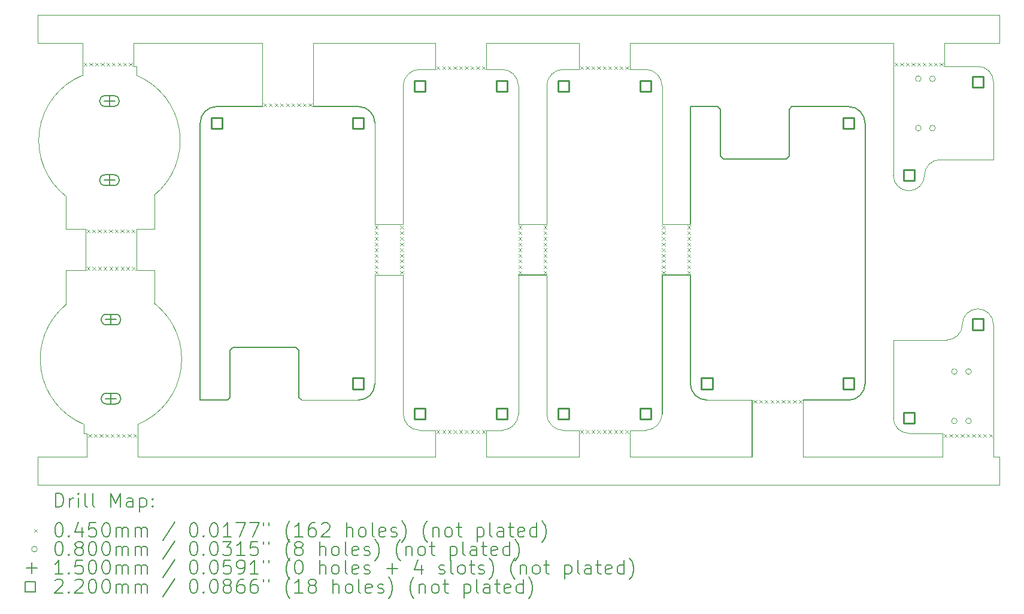
<source format=gbr>
%TF.GenerationSoftware,KiCad,Pcbnew,7.0.5*%
%TF.CreationDate,2024-01-24T21:19:42+08:00*%
%TF.ProjectId,main,6d61696e-2e6b-4696-9361-645f70636258,rev?*%
%TF.SameCoordinates,Original*%
%TF.FileFunction,Drillmap*%
%TF.FilePolarity,Positive*%
%FSLAX45Y45*%
G04 Gerber Fmt 4.5, Leading zero omitted, Abs format (unit mm)*
G04 Created by KiCad (PCBNEW 7.0.5) date 2024-01-24 21:19:42*
%MOMM*%
%LPD*%
G01*
G04 APERTURE LIST*
%ADD10C,0.100000*%
%ADD11C,0.150000*%
%ADD12C,0.200000*%
%ADD13C,0.045000*%
%ADD14C,0.080000*%
%ADD15C,0.220000*%
G04 APERTURE END LIST*
D10*
X15501000Y-7531985D02*
X15501000Y-9492485D01*
X12596000Y-4242485D02*
X14326000Y-4242485D01*
X9336721Y-4700481D02*
G75*
G03*
X9105022Y-6414923I381379J-924419D01*
G01*
D11*
X17931000Y-5142485D02*
X17931006Y-6811985D01*
X18806000Y-9300515D02*
X18806000Y-10101485D01*
D10*
X12596047Y-5142485D02*
X12596000Y-4242485D01*
X10120579Y-9643519D02*
G75*
G03*
X10352278Y-7929077I-381379J924419D01*
G01*
D11*
X19365500Y-5142485D02*
X20166000Y-5142485D01*
D10*
X9358200Y-9770500D02*
X9358200Y-9643500D01*
X13236024Y-9300485D02*
X12435524Y-9300485D01*
X9105006Y-7945926D02*
G75*
G03*
X9357821Y-9643519I634194J-773174D01*
G01*
X15501000Y-4851485D02*
X15501000Y-6811985D01*
X14326000Y-4616485D02*
X14326000Y-4242485D01*
X21521000Y-4242500D02*
X21521000Y-4573500D01*
X10057100Y-4242500D02*
X10057100Y-4573500D01*
X10099216Y-6878900D02*
X10099200Y-7465100D01*
X9337100Y-4700500D02*
X9337100Y-4573500D01*
X9400200Y-9770500D02*
X9358200Y-9770500D01*
D11*
X17531030Y-7531985D02*
X17531030Y-9492455D01*
D10*
X8701024Y-4242485D02*
X9337100Y-4242500D01*
D11*
X12355524Y-8555485D02*
X11465524Y-8555485D01*
X19365500Y-5142485D02*
X19325500Y-5182485D01*
X11236024Y-5142484D02*
G75*
G03*
X11001024Y-5377485I6J-235006D01*
G01*
D10*
X15046000Y-10101485D02*
X16356000Y-10101455D01*
D11*
X11425524Y-9260485D02*
X11385524Y-9300485D01*
D10*
X14326000Y-10101485D02*
X14326000Y-9727485D01*
X13471024Y-6811985D02*
X13871000Y-6811985D01*
X9337100Y-4242500D02*
X9337100Y-4573500D01*
X22216600Y-4793500D02*
G75*
G03*
X21996600Y-4573500I-220000J0D01*
G01*
D11*
X11236024Y-5142485D02*
X11876000Y-5142485D01*
X11001024Y-9300485D02*
X11001024Y-5377485D01*
D10*
X15046000Y-4616455D02*
X15046000Y-4242485D01*
D11*
X12395524Y-9260485D02*
X12395524Y-8595485D01*
X18315500Y-5142485D02*
X17931000Y-5142485D01*
D10*
X14106000Y-9727485D02*
X14326000Y-9727485D01*
X9379200Y-7465100D02*
X9379216Y-6878900D01*
X10099216Y-6878900D02*
X10352294Y-6878900D01*
X9379216Y-6878900D02*
X9105022Y-6878900D01*
X17076000Y-4242485D02*
X20801000Y-4242500D01*
X21556600Y-8448200D02*
X20801000Y-8448200D01*
X17531030Y-4851455D02*
X17531030Y-6811985D01*
D11*
X15901030Y-7531985D02*
X15501000Y-7531985D01*
D10*
X15046000Y-9727485D02*
X15266000Y-9727485D01*
X8701024Y-10101485D02*
X9400200Y-10101500D01*
X20801000Y-9550500D02*
G75*
G03*
X21021000Y-9770500I220000J0D01*
G01*
X15266000Y-9727480D02*
G75*
G03*
X15501000Y-9492485I0J235000D01*
G01*
X13471024Y-5377485D02*
X13471024Y-6811985D01*
X22216600Y-10101500D02*
X22301000Y-10101485D01*
X21556600Y-8448200D02*
G75*
G03*
X21776600Y-8228200I0J220000D01*
G01*
X10120200Y-10101500D02*
X14326000Y-10101485D01*
X15500995Y-4851485D02*
G75*
G03*
X15266000Y-4616485I-234995J5D01*
G01*
X17076000Y-4616455D02*
X17296030Y-4616455D01*
X15901030Y-7531985D02*
X15901030Y-9492455D01*
X8701024Y-3842485D02*
X22301000Y-3842485D01*
X10120200Y-9643500D02*
X10120200Y-9770500D01*
X22216600Y-9770500D02*
X22216600Y-8228200D01*
X13471024Y-9065485D02*
X13471024Y-7531985D01*
D11*
X18355500Y-5847485D02*
X18355500Y-5182485D01*
D10*
X21496600Y-10101500D02*
X21496600Y-9770500D01*
X15901035Y-9492455D02*
G75*
G03*
X16136030Y-9727455I234995J-5D01*
G01*
X21496600Y-9770500D02*
X21021000Y-9770500D01*
D11*
X20400995Y-5377485D02*
G75*
G03*
X20166000Y-5142485I-234995J5D01*
G01*
D10*
X16136030Y-4616450D02*
G75*
G03*
X15901030Y-4851455I0J-235000D01*
G01*
X17296030Y-9727450D02*
G75*
G03*
X17531030Y-9492455I0J235000D01*
G01*
X17076000Y-4616455D02*
X17076000Y-4242485D01*
X16356000Y-4616455D02*
X16356000Y-4242485D01*
X21521000Y-4573500D02*
X21996600Y-4573500D01*
X15046000Y-4616455D02*
X15266000Y-4616485D01*
X22216600Y-10101500D02*
X22216600Y-9770500D01*
X20801000Y-9550500D02*
X20801000Y-8448200D01*
D11*
X12395524Y-9260485D02*
X12435524Y-9300485D01*
D10*
X10057100Y-4573500D02*
X10099100Y-4573500D01*
X20801000Y-4573500D02*
X20801000Y-6115800D01*
X21461000Y-5895800D02*
G75*
G03*
X21241000Y-6115800I0J-220000D01*
G01*
X22301000Y-10101485D02*
X22301000Y-10501485D01*
X22301000Y-3842485D02*
X22301000Y-4242485D01*
X10352294Y-6398074D02*
X10352294Y-6878900D01*
D11*
X11425524Y-9260485D02*
X11425524Y-8595485D01*
D10*
X13871000Y-6811985D02*
X13871000Y-4851485D01*
X20801000Y-6115800D02*
G75*
G03*
X21021000Y-6335800I220000J0D01*
G01*
D11*
X12395524Y-8595485D02*
X12355524Y-8555485D01*
D10*
X21021000Y-6335800D02*
G75*
G03*
X21241000Y-6115800I0J220000D01*
G01*
X8701024Y-3842485D02*
X8701024Y-4242485D01*
D11*
X17931006Y-7531985D02*
X17931000Y-9065485D01*
X20401000Y-5377485D02*
X20401000Y-9065485D01*
D10*
X16356000Y-4242485D02*
X15046000Y-4242485D01*
X10099200Y-7465100D02*
X10352278Y-7465100D01*
D11*
X18395500Y-5887485D02*
X19285500Y-5887485D01*
X19285500Y-5887485D02*
X19325500Y-5847485D01*
D10*
X18166000Y-9300485D02*
X18806000Y-9300515D01*
D11*
X13236024Y-9300484D02*
G75*
G03*
X13471024Y-9065485I6J234994D01*
G01*
D10*
X13471024Y-7531985D02*
X13871000Y-7531985D01*
X10099100Y-4573500D02*
X10099100Y-4700500D01*
X11876000Y-5142485D02*
X11876000Y-4242485D01*
X22216600Y-8228200D02*
G75*
G03*
X21996600Y-8008200I-220000J0D01*
G01*
X14106000Y-4616485D02*
X14326000Y-4616485D01*
X9105006Y-7945926D02*
X9105006Y-7465100D01*
D11*
X17931005Y-9065485D02*
G75*
G03*
X18166000Y-9300485I234995J-5D01*
G01*
D10*
X17076000Y-10101485D02*
X17076000Y-9727485D01*
X9400200Y-10101500D02*
X9400200Y-9770500D01*
D11*
X19325500Y-5847485D02*
X19325500Y-5182485D01*
D10*
X8701024Y-10501485D02*
X22301000Y-10501485D01*
X22216600Y-4793500D02*
X22216600Y-5895800D01*
D11*
X20166000Y-9300490D02*
G75*
G03*
X20401000Y-9065485I0J235000D01*
G01*
X18315500Y-5142485D02*
X18355500Y-5182485D01*
X11001024Y-9300485D02*
X11385524Y-9300485D01*
D10*
X17531025Y-4851455D02*
G75*
G03*
X17296030Y-4616455I-234995J5D01*
G01*
X13870995Y-9492485D02*
G75*
G03*
X14106000Y-9727485I235005J5D01*
G01*
X21461000Y-5895800D02*
X22216600Y-5895800D01*
X10057100Y-4242500D02*
X11876000Y-4242485D01*
X9379200Y-7465100D02*
X9105006Y-7465100D01*
D11*
X17931006Y-7531985D02*
X17531030Y-7531985D01*
X11425524Y-8595485D02*
X11465524Y-8555485D01*
D10*
X14106000Y-4616480D02*
G75*
G03*
X13871000Y-4851485I0J-235000D01*
G01*
X20801000Y-4242500D02*
X20801000Y-4573500D01*
X15901030Y-6811985D02*
X15901030Y-4851455D01*
X8701024Y-10101485D02*
X8701024Y-10501485D01*
X13871000Y-9492485D02*
X13871000Y-7531985D01*
X15501000Y-6811985D02*
X15901030Y-6811985D01*
X18806000Y-10101485D02*
X17076000Y-10101485D01*
X16356000Y-10101455D02*
X16356000Y-9727455D01*
X9105022Y-6414923D02*
X9105022Y-6878900D01*
X10352278Y-7929077D02*
X10352278Y-7465100D01*
X15046000Y-10101485D02*
X15046000Y-9727485D01*
X16356000Y-4616455D02*
X16136030Y-4616455D01*
D11*
X12596047Y-5142485D02*
X13236024Y-5142485D01*
D10*
X17531030Y-6811985D02*
X17931006Y-6811985D01*
X16356000Y-9727455D02*
X16136030Y-9727455D01*
X10352294Y-6398074D02*
G75*
G03*
X10099479Y-4700481I-634194J773174D01*
G01*
X19526000Y-10101485D02*
X21496600Y-10101500D01*
D11*
X13471025Y-5377485D02*
G75*
G03*
X13236024Y-5142485I-235005J-5D01*
G01*
D10*
X10120200Y-10101500D02*
X10120200Y-9770500D01*
X17076000Y-9727485D02*
X17296030Y-9727455D01*
X21996600Y-8008200D02*
G75*
G03*
X21776600Y-8228200I0J-220000D01*
G01*
X19526000Y-10101485D02*
X19526000Y-9300515D01*
X21521000Y-4242500D02*
X22301000Y-4242485D01*
D11*
X20166000Y-9300485D02*
X19526000Y-9300515D01*
X18395500Y-5887485D02*
X18355500Y-5847485D01*
D12*
D13*
X9354600Y-4521000D02*
X9399600Y-4566000D01*
X9399600Y-4521000D02*
X9354600Y-4566000D01*
X9394500Y-6886400D02*
X9439500Y-6931400D01*
X9439500Y-6886400D02*
X9394500Y-6931400D01*
X9396700Y-7412600D02*
X9441700Y-7457600D01*
X9441700Y-7412600D02*
X9396700Y-7457600D01*
X9417700Y-9778000D02*
X9462700Y-9823000D01*
X9462700Y-9778000D02*
X9417700Y-9823000D01*
X9434600Y-4521000D02*
X9479600Y-4566000D01*
X9479600Y-4521000D02*
X9434600Y-4566000D01*
X9474500Y-6886400D02*
X9519500Y-6931400D01*
X9519500Y-6886400D02*
X9474500Y-6931400D01*
X9476700Y-7412600D02*
X9521700Y-7457600D01*
X9521700Y-7412600D02*
X9476700Y-7457600D01*
X9497700Y-9778000D02*
X9542700Y-9823000D01*
X9542700Y-9778000D02*
X9497700Y-9823000D01*
X9514600Y-4521000D02*
X9559600Y-4566000D01*
X9559600Y-4521000D02*
X9514600Y-4566000D01*
X9554500Y-6886400D02*
X9599500Y-6931400D01*
X9599500Y-6886400D02*
X9554500Y-6931400D01*
X9556700Y-7412600D02*
X9601700Y-7457600D01*
X9601700Y-7412600D02*
X9556700Y-7457600D01*
X9577700Y-9778000D02*
X9622700Y-9823000D01*
X9622700Y-9778000D02*
X9577700Y-9823000D01*
X9594600Y-4521000D02*
X9639600Y-4566000D01*
X9639600Y-4521000D02*
X9594600Y-4566000D01*
X9634500Y-6886400D02*
X9679500Y-6931400D01*
X9679500Y-6886400D02*
X9634500Y-6931400D01*
X9636700Y-7412600D02*
X9681700Y-7457600D01*
X9681700Y-7412600D02*
X9636700Y-7457600D01*
X9657700Y-9778000D02*
X9702700Y-9823000D01*
X9702700Y-9778000D02*
X9657700Y-9823000D01*
X9674600Y-4521000D02*
X9719600Y-4566000D01*
X9719600Y-4521000D02*
X9674600Y-4566000D01*
X9714500Y-6886400D02*
X9759500Y-6931400D01*
X9759500Y-6886400D02*
X9714500Y-6931400D01*
X9716700Y-7412600D02*
X9761700Y-7457600D01*
X9761700Y-7412600D02*
X9716700Y-7457600D01*
X9737700Y-9778000D02*
X9782700Y-9823000D01*
X9782700Y-9778000D02*
X9737700Y-9823000D01*
X9754600Y-4521000D02*
X9799600Y-4566000D01*
X9799600Y-4521000D02*
X9754600Y-4566000D01*
X9794500Y-6886400D02*
X9839500Y-6931400D01*
X9839500Y-6886400D02*
X9794500Y-6931400D01*
X9796700Y-7412600D02*
X9841700Y-7457600D01*
X9841700Y-7412600D02*
X9796700Y-7457600D01*
X9817700Y-9778000D02*
X9862700Y-9823000D01*
X9862700Y-9778000D02*
X9817700Y-9823000D01*
X9834600Y-4521000D02*
X9879600Y-4566000D01*
X9879600Y-4521000D02*
X9834600Y-4566000D01*
X9874500Y-6886400D02*
X9919500Y-6931400D01*
X9919500Y-6886400D02*
X9874500Y-6931400D01*
X9876700Y-7412600D02*
X9921700Y-7457600D01*
X9921700Y-7412600D02*
X9876700Y-7457600D01*
X9897700Y-9778000D02*
X9942700Y-9823000D01*
X9942700Y-9778000D02*
X9897700Y-9823000D01*
X9914600Y-4521000D02*
X9959600Y-4566000D01*
X9959600Y-4521000D02*
X9914600Y-4566000D01*
X9954500Y-6886400D02*
X9999500Y-6931400D01*
X9999500Y-6886400D02*
X9954500Y-6931400D01*
X9956700Y-7412600D02*
X10001700Y-7457600D01*
X10001700Y-7412600D02*
X9956700Y-7457600D01*
X9977700Y-9778000D02*
X10022700Y-9823000D01*
X10022700Y-9778000D02*
X9977700Y-9823000D01*
X9994600Y-4521000D02*
X10039600Y-4566000D01*
X10039600Y-4521000D02*
X9994600Y-4566000D01*
X10034500Y-6886400D02*
X10079500Y-6931400D01*
X10079500Y-6886400D02*
X10034500Y-6931400D01*
X10036700Y-7412600D02*
X10081700Y-7457600D01*
X10081700Y-7412600D02*
X10036700Y-7457600D01*
X10057700Y-9778000D02*
X10102700Y-9823000D01*
X10102700Y-9778000D02*
X10057700Y-9823000D01*
X11893500Y-5099985D02*
X11938500Y-5144985D01*
X11938500Y-5099985D02*
X11893500Y-5144985D01*
X11973500Y-5099985D02*
X12018500Y-5144985D01*
X12018500Y-5099985D02*
X11973500Y-5144985D01*
X12053500Y-5099985D02*
X12098500Y-5144985D01*
X12098500Y-5099985D02*
X12053500Y-5144985D01*
X12133500Y-5099985D02*
X12178500Y-5144985D01*
X12178500Y-5099985D02*
X12133500Y-5144985D01*
X12213500Y-5099985D02*
X12258500Y-5144985D01*
X12258500Y-5099985D02*
X12213500Y-5144985D01*
X12293500Y-5099985D02*
X12338500Y-5144985D01*
X12338500Y-5099985D02*
X12293500Y-5144985D01*
X12373500Y-5099985D02*
X12418500Y-5144985D01*
X12418500Y-5099985D02*
X12373500Y-5144985D01*
X12453500Y-5099985D02*
X12498500Y-5144985D01*
X12498500Y-5099985D02*
X12453500Y-5144985D01*
X12533500Y-5099985D02*
X12578500Y-5144985D01*
X12578500Y-5099985D02*
X12533500Y-5144985D01*
X13468500Y-6829485D02*
X13513500Y-6874485D01*
X13513500Y-6829485D02*
X13468500Y-6874485D01*
X13468500Y-6909485D02*
X13513500Y-6954485D01*
X13513500Y-6909485D02*
X13468500Y-6954485D01*
X13468500Y-6989485D02*
X13513500Y-7034485D01*
X13513500Y-6989485D02*
X13468500Y-7034485D01*
X13468500Y-7069485D02*
X13513500Y-7114485D01*
X13513500Y-7069485D02*
X13468500Y-7114485D01*
X13468500Y-7149485D02*
X13513500Y-7194485D01*
X13513500Y-7149485D02*
X13468500Y-7194485D01*
X13468500Y-7229485D02*
X13513500Y-7274485D01*
X13513500Y-7229485D02*
X13468500Y-7274485D01*
X13468500Y-7309485D02*
X13513500Y-7354485D01*
X13513500Y-7309485D02*
X13468500Y-7354485D01*
X13468500Y-7389485D02*
X13513500Y-7434485D01*
X13513500Y-7389485D02*
X13468500Y-7434485D01*
X13468500Y-7469485D02*
X13513500Y-7514485D01*
X13513500Y-7469485D02*
X13468500Y-7514485D01*
X13828500Y-6829485D02*
X13873500Y-6874485D01*
X13873500Y-6829485D02*
X13828500Y-6874485D01*
X13828500Y-6909485D02*
X13873500Y-6954485D01*
X13873500Y-6909485D02*
X13828500Y-6954485D01*
X13828500Y-6989485D02*
X13873500Y-7034485D01*
X13873500Y-6989485D02*
X13828500Y-7034485D01*
X13828500Y-7069485D02*
X13873500Y-7114485D01*
X13873500Y-7069485D02*
X13828500Y-7114485D01*
X13828500Y-7149485D02*
X13873500Y-7194485D01*
X13873500Y-7149485D02*
X13828500Y-7194485D01*
X13828500Y-7229485D02*
X13873500Y-7274485D01*
X13873500Y-7229485D02*
X13828500Y-7274485D01*
X13828500Y-7309485D02*
X13873500Y-7354485D01*
X13873500Y-7309485D02*
X13828500Y-7354485D01*
X13828500Y-7389485D02*
X13873500Y-7434485D01*
X13873500Y-7389485D02*
X13828500Y-7434485D01*
X13828500Y-7469485D02*
X13873500Y-7514485D01*
X13873500Y-7469485D02*
X13828500Y-7514485D01*
X14343500Y-4573985D02*
X14388500Y-4618985D01*
X14388500Y-4573985D02*
X14343500Y-4618985D01*
X14343500Y-9724985D02*
X14388500Y-9769985D01*
X14388500Y-9724985D02*
X14343500Y-9769985D01*
X14423500Y-4573985D02*
X14468500Y-4618985D01*
X14468500Y-4573985D02*
X14423500Y-4618985D01*
X14423500Y-9724985D02*
X14468500Y-9769985D01*
X14468500Y-9724985D02*
X14423500Y-9769985D01*
X14503500Y-4573985D02*
X14548500Y-4618985D01*
X14548500Y-4573985D02*
X14503500Y-4618985D01*
X14503500Y-9724985D02*
X14548500Y-9769985D01*
X14548500Y-9724985D02*
X14503500Y-9769985D01*
X14583500Y-4573985D02*
X14628500Y-4618985D01*
X14628500Y-4573985D02*
X14583500Y-4618985D01*
X14583500Y-9724985D02*
X14628500Y-9769985D01*
X14628500Y-9724985D02*
X14583500Y-9769985D01*
X14663500Y-4573985D02*
X14708500Y-4618985D01*
X14708500Y-4573985D02*
X14663500Y-4618985D01*
X14663500Y-9724985D02*
X14708500Y-9769985D01*
X14708500Y-9724985D02*
X14663500Y-9769985D01*
X14743500Y-4573985D02*
X14788500Y-4618985D01*
X14788500Y-4573985D02*
X14743500Y-4618985D01*
X14743500Y-9724985D02*
X14788500Y-9769985D01*
X14788500Y-9724985D02*
X14743500Y-9769985D01*
X14823500Y-4573985D02*
X14868500Y-4618985D01*
X14868500Y-4573985D02*
X14823500Y-4618985D01*
X14823500Y-9724985D02*
X14868500Y-9769985D01*
X14868500Y-9724985D02*
X14823500Y-9769985D01*
X14903500Y-4573985D02*
X14948500Y-4618985D01*
X14948500Y-4573985D02*
X14903500Y-4618985D01*
X14903500Y-9724985D02*
X14948500Y-9769985D01*
X14948500Y-9724985D02*
X14903500Y-9769985D01*
X14983500Y-4573985D02*
X15028500Y-4618985D01*
X15028500Y-4573985D02*
X14983500Y-4618985D01*
X14983500Y-9724985D02*
X15028500Y-9769985D01*
X15028500Y-9724985D02*
X14983500Y-9769985D01*
X15498500Y-6829485D02*
X15543500Y-6874485D01*
X15543500Y-6829485D02*
X15498500Y-6874485D01*
X15498500Y-6909485D02*
X15543500Y-6954485D01*
X15543500Y-6909485D02*
X15498500Y-6954485D01*
X15498500Y-6989485D02*
X15543500Y-7034485D01*
X15543500Y-6989485D02*
X15498500Y-7034485D01*
X15498500Y-7069485D02*
X15543500Y-7114485D01*
X15543500Y-7069485D02*
X15498500Y-7114485D01*
X15498500Y-7149485D02*
X15543500Y-7194485D01*
X15543500Y-7149485D02*
X15498500Y-7194485D01*
X15498500Y-7229485D02*
X15543500Y-7274485D01*
X15543500Y-7229485D02*
X15498500Y-7274485D01*
X15498500Y-7309485D02*
X15543500Y-7354485D01*
X15543500Y-7309485D02*
X15498500Y-7354485D01*
X15498500Y-7389485D02*
X15543500Y-7434485D01*
X15543500Y-7389485D02*
X15498500Y-7434485D01*
X15498500Y-7469485D02*
X15543500Y-7514485D01*
X15543500Y-7469485D02*
X15498500Y-7514485D01*
X15858500Y-6829485D02*
X15903500Y-6874485D01*
X15903500Y-6829485D02*
X15858500Y-6874485D01*
X15858500Y-6909485D02*
X15903500Y-6954485D01*
X15903500Y-6909485D02*
X15858500Y-6954485D01*
X15858500Y-6989485D02*
X15903500Y-7034485D01*
X15903500Y-6989485D02*
X15858500Y-7034485D01*
X15858500Y-7069485D02*
X15903500Y-7114485D01*
X15903500Y-7069485D02*
X15858500Y-7114485D01*
X15858500Y-7149485D02*
X15903500Y-7194485D01*
X15903500Y-7149485D02*
X15858500Y-7194485D01*
X15858500Y-7229485D02*
X15903500Y-7274485D01*
X15903500Y-7229485D02*
X15858500Y-7274485D01*
X15858500Y-7309485D02*
X15903500Y-7354485D01*
X15903500Y-7309485D02*
X15858500Y-7354485D01*
X15858500Y-7389485D02*
X15903500Y-7434485D01*
X15903500Y-7389485D02*
X15858500Y-7434485D01*
X15858500Y-7469485D02*
X15903500Y-7514485D01*
X15903500Y-7469485D02*
X15858500Y-7514485D01*
X16373500Y-4573985D02*
X16418500Y-4618985D01*
X16418500Y-4573985D02*
X16373500Y-4618985D01*
X16373500Y-9724985D02*
X16418500Y-9769985D01*
X16418500Y-9724985D02*
X16373500Y-9769985D01*
X16453500Y-4573985D02*
X16498500Y-4618985D01*
X16498500Y-4573985D02*
X16453500Y-4618985D01*
X16453500Y-9724985D02*
X16498500Y-9769985D01*
X16498500Y-9724985D02*
X16453500Y-9769985D01*
X16533500Y-4573985D02*
X16578500Y-4618985D01*
X16578500Y-4573985D02*
X16533500Y-4618985D01*
X16533500Y-9724985D02*
X16578500Y-9769985D01*
X16578500Y-9724985D02*
X16533500Y-9769985D01*
X16613500Y-4573985D02*
X16658500Y-4618985D01*
X16658500Y-4573985D02*
X16613500Y-4618985D01*
X16613500Y-9724985D02*
X16658500Y-9769985D01*
X16658500Y-9724985D02*
X16613500Y-9769985D01*
X16693500Y-4573985D02*
X16738500Y-4618985D01*
X16738500Y-4573985D02*
X16693500Y-4618985D01*
X16693500Y-9724985D02*
X16738500Y-9769985D01*
X16738500Y-9724985D02*
X16693500Y-9769985D01*
X16773500Y-4573985D02*
X16818500Y-4618985D01*
X16818500Y-4573985D02*
X16773500Y-4618985D01*
X16773500Y-9724985D02*
X16818500Y-9769985D01*
X16818500Y-9724985D02*
X16773500Y-9769985D01*
X16853500Y-4573985D02*
X16898500Y-4618985D01*
X16898500Y-4573985D02*
X16853500Y-4618985D01*
X16853500Y-9724985D02*
X16898500Y-9769985D01*
X16898500Y-9724985D02*
X16853500Y-9769985D01*
X16933500Y-4573985D02*
X16978500Y-4618985D01*
X16978500Y-4573985D02*
X16933500Y-4618985D01*
X16933500Y-9724985D02*
X16978500Y-9769985D01*
X16978500Y-9724985D02*
X16933500Y-9769985D01*
X17013500Y-4573985D02*
X17058500Y-4618985D01*
X17058500Y-4573985D02*
X17013500Y-4618985D01*
X17013500Y-9724985D02*
X17058500Y-9769985D01*
X17058500Y-9724985D02*
X17013500Y-9769985D01*
X17528500Y-6829485D02*
X17573500Y-6874485D01*
X17573500Y-6829485D02*
X17528500Y-6874485D01*
X17528500Y-6909485D02*
X17573500Y-6954485D01*
X17573500Y-6909485D02*
X17528500Y-6954485D01*
X17528500Y-6989485D02*
X17573500Y-7034485D01*
X17573500Y-6989485D02*
X17528500Y-7034485D01*
X17528500Y-7069485D02*
X17573500Y-7114485D01*
X17573500Y-7069485D02*
X17528500Y-7114485D01*
X17528500Y-7149485D02*
X17573500Y-7194485D01*
X17573500Y-7149485D02*
X17528500Y-7194485D01*
X17528500Y-7229485D02*
X17573500Y-7274485D01*
X17573500Y-7229485D02*
X17528500Y-7274485D01*
X17528500Y-7309485D02*
X17573500Y-7354485D01*
X17573500Y-7309485D02*
X17528500Y-7354485D01*
X17528500Y-7389485D02*
X17573500Y-7434485D01*
X17573500Y-7389485D02*
X17528500Y-7434485D01*
X17528500Y-7469485D02*
X17573500Y-7514485D01*
X17573500Y-7469485D02*
X17528500Y-7514485D01*
X17888500Y-6829485D02*
X17933500Y-6874485D01*
X17933500Y-6829485D02*
X17888500Y-6874485D01*
X17888500Y-6909485D02*
X17933500Y-6954485D01*
X17933500Y-6909485D02*
X17888500Y-6954485D01*
X17888500Y-6989485D02*
X17933500Y-7034485D01*
X17933500Y-6989485D02*
X17888500Y-7034485D01*
X17888500Y-7069485D02*
X17933500Y-7114485D01*
X17933500Y-7069485D02*
X17888500Y-7114485D01*
X17888500Y-7149485D02*
X17933500Y-7194485D01*
X17933500Y-7149485D02*
X17888500Y-7194485D01*
X17888500Y-7229485D02*
X17933500Y-7274485D01*
X17933500Y-7229485D02*
X17888500Y-7274485D01*
X17888500Y-7309485D02*
X17933500Y-7354485D01*
X17933500Y-7309485D02*
X17888500Y-7354485D01*
X17888500Y-7389485D02*
X17933500Y-7434485D01*
X17933500Y-7389485D02*
X17888500Y-7434485D01*
X17888500Y-7469485D02*
X17933500Y-7514485D01*
X17933500Y-7469485D02*
X17888500Y-7514485D01*
X18823500Y-9297985D02*
X18868500Y-9342985D01*
X18868500Y-9297985D02*
X18823500Y-9342985D01*
X18903500Y-9297985D02*
X18948500Y-9342985D01*
X18948500Y-9297985D02*
X18903500Y-9342985D01*
X18983500Y-9297985D02*
X19028500Y-9342985D01*
X19028500Y-9297985D02*
X18983500Y-9342985D01*
X19063500Y-9297985D02*
X19108500Y-9342985D01*
X19108500Y-9297985D02*
X19063500Y-9342985D01*
X19143500Y-9297985D02*
X19188500Y-9342985D01*
X19188500Y-9297985D02*
X19143500Y-9342985D01*
X19223500Y-9297985D02*
X19268500Y-9342985D01*
X19268500Y-9297985D02*
X19223500Y-9342985D01*
X19303500Y-9297985D02*
X19348500Y-9342985D01*
X19348500Y-9297985D02*
X19303500Y-9342985D01*
X19383500Y-9297985D02*
X19428500Y-9342985D01*
X19428500Y-9297985D02*
X19383500Y-9342985D01*
X19463500Y-9297985D02*
X19508500Y-9342985D01*
X19508500Y-9297985D02*
X19463500Y-9342985D01*
X20818500Y-4521000D02*
X20863500Y-4566000D01*
X20863500Y-4521000D02*
X20818500Y-4566000D01*
X20898500Y-4521000D02*
X20943500Y-4566000D01*
X20943500Y-4521000D02*
X20898500Y-4566000D01*
X20978500Y-4521000D02*
X21023500Y-4566000D01*
X21023500Y-4521000D02*
X20978500Y-4566000D01*
X21058500Y-4521000D02*
X21103500Y-4566000D01*
X21103500Y-4521000D02*
X21058500Y-4566000D01*
X21138500Y-4521000D02*
X21183500Y-4566000D01*
X21183500Y-4521000D02*
X21138500Y-4566000D01*
X21218500Y-4521000D02*
X21263500Y-4566000D01*
X21263500Y-4521000D02*
X21218500Y-4566000D01*
X21298500Y-4521000D02*
X21343500Y-4566000D01*
X21343500Y-4521000D02*
X21298500Y-4566000D01*
X21378500Y-4521000D02*
X21423500Y-4566000D01*
X21423500Y-4521000D02*
X21378500Y-4566000D01*
X21458500Y-4521000D02*
X21503500Y-4566000D01*
X21503500Y-4521000D02*
X21458500Y-4566000D01*
X21514100Y-9778000D02*
X21559100Y-9823000D01*
X21559100Y-9778000D02*
X21514100Y-9823000D01*
X21594100Y-9778000D02*
X21639100Y-9823000D01*
X21639100Y-9778000D02*
X21594100Y-9823000D01*
X21674100Y-9778000D02*
X21719100Y-9823000D01*
X21719100Y-9778000D02*
X21674100Y-9823000D01*
X21754100Y-9778000D02*
X21799100Y-9823000D01*
X21799100Y-9778000D02*
X21754100Y-9823000D01*
X21834100Y-9778000D02*
X21879100Y-9823000D01*
X21879100Y-9778000D02*
X21834100Y-9823000D01*
X21914100Y-9778000D02*
X21959100Y-9823000D01*
X21959100Y-9778000D02*
X21914100Y-9823000D01*
X21994100Y-9778000D02*
X22039100Y-9823000D01*
X22039100Y-9778000D02*
X21994100Y-9823000D01*
X22074100Y-9778000D02*
X22119100Y-9823000D01*
X22119100Y-9778000D02*
X22074100Y-9823000D01*
X22154100Y-9778000D02*
X22199100Y-9823000D01*
X22199100Y-9778000D02*
X22154100Y-9823000D01*
D14*
X21193800Y-4748500D02*
G75*
G03*
X21193800Y-4748500I-40000J0D01*
G01*
X21193800Y-5448500D02*
G75*
G03*
X21193800Y-5448500I-40000J0D01*
G01*
X21393800Y-4748500D02*
G75*
G03*
X21393800Y-4748500I-40000J0D01*
G01*
X21393800Y-5448500D02*
G75*
G03*
X21393800Y-5448500I-40000J0D01*
G01*
X21703800Y-8895500D02*
G75*
G03*
X21703800Y-8895500I-40000J0D01*
G01*
X21703800Y-9595500D02*
G75*
G03*
X21703800Y-9595500I-40000J0D01*
G01*
X21903800Y-8895500D02*
G75*
G03*
X21903800Y-8895500I-40000J0D01*
G01*
X21903800Y-9595500D02*
G75*
G03*
X21903800Y-9595500I-40000J0D01*
G01*
D11*
X9718100Y-4989900D02*
X9718100Y-5139900D01*
X9643100Y-5064900D02*
X9793100Y-5064900D01*
D12*
X9783100Y-4989900D02*
X9653100Y-4989900D01*
X9653100Y-4989900D02*
G75*
G03*
X9653100Y-5139900I0J-75000D01*
G01*
X9653100Y-5139900D02*
X9783100Y-5139900D01*
X9783100Y-5139900D02*
G75*
G03*
X9783100Y-4989900I0J75000D01*
G01*
D11*
X9718100Y-6109900D02*
X9718100Y-6259900D01*
X9643100Y-6184900D02*
X9793100Y-6184900D01*
D12*
X9783100Y-6109900D02*
X9653100Y-6109900D01*
X9653100Y-6109900D02*
G75*
G03*
X9653100Y-6259900I0J-75000D01*
G01*
X9653100Y-6259900D02*
X9783100Y-6259900D01*
X9783100Y-6259900D02*
G75*
G03*
X9783100Y-6109900I0J75000D01*
G01*
D11*
X9739200Y-8084100D02*
X9739200Y-8234100D01*
X9664200Y-8159100D02*
X9814200Y-8159100D01*
D12*
X9674200Y-8234100D02*
X9804200Y-8234100D01*
X9804200Y-8234100D02*
G75*
G03*
X9804200Y-8084100I0J75000D01*
G01*
X9804200Y-8084100D02*
X9674200Y-8084100D01*
X9674200Y-8084100D02*
G75*
G03*
X9674200Y-8234100I0J-75000D01*
G01*
D11*
X9739200Y-9204100D02*
X9739200Y-9354100D01*
X9664200Y-9279100D02*
X9814200Y-9279100D01*
D12*
X9674200Y-9354100D02*
X9804200Y-9354100D01*
X9804200Y-9354100D02*
G75*
G03*
X9804200Y-9204100I0J75000D01*
G01*
X9804200Y-9204100D02*
X9674200Y-9204100D01*
X9674200Y-9204100D02*
G75*
G03*
X9674200Y-9354100I0J-75000D01*
G01*
D15*
X11313806Y-5455268D02*
X11313806Y-5299703D01*
X11158241Y-5299703D01*
X11158241Y-5455268D01*
X11313806Y-5455268D01*
X13313806Y-5455268D02*
X13313806Y-5299703D01*
X13158241Y-5299703D01*
X13158241Y-5455268D01*
X13313806Y-5455268D01*
X13313806Y-9143268D02*
X13313806Y-8987703D01*
X13158241Y-8987703D01*
X13158241Y-9143268D01*
X13313806Y-9143268D01*
X14183782Y-9570268D02*
X14183782Y-9414703D01*
X14028217Y-9414703D01*
X14028217Y-9570268D01*
X14183782Y-9570268D01*
X14183782Y-4929268D02*
X14183782Y-4773703D01*
X14028217Y-4773703D01*
X14028217Y-4929268D01*
X14183782Y-4929268D01*
X15343782Y-9570268D02*
X15343782Y-9414703D01*
X15188217Y-9414703D01*
X15188217Y-9570268D01*
X15343782Y-9570268D01*
X15343782Y-4929268D02*
X15343782Y-4773703D01*
X15188217Y-4773703D01*
X15188217Y-4929268D01*
X15343782Y-4929268D01*
X16213812Y-4929238D02*
X16213812Y-4773673D01*
X16058247Y-4773673D01*
X16058247Y-4929238D01*
X16213812Y-4929238D01*
X16213812Y-9570238D02*
X16213812Y-9414673D01*
X16058247Y-9414673D01*
X16058247Y-9570238D01*
X16213812Y-9570238D01*
X17373812Y-4929238D02*
X17373812Y-4773673D01*
X17218247Y-4773673D01*
X17218247Y-4929238D01*
X17373812Y-4929238D01*
X17373812Y-9570238D02*
X17373812Y-9414673D01*
X17218247Y-9414673D01*
X17218247Y-9570238D01*
X17373812Y-9570238D01*
X18243783Y-9143268D02*
X18243783Y-8987703D01*
X18088218Y-8987703D01*
X18088218Y-9143268D01*
X18243783Y-9143268D01*
X20243783Y-5455268D02*
X20243783Y-5299703D01*
X20088218Y-5299703D01*
X20088218Y-5455268D01*
X20243783Y-5455268D01*
X20243783Y-9143268D02*
X20243783Y-8987703D01*
X20088218Y-8987703D01*
X20088218Y-9143268D01*
X20243783Y-9143268D01*
X21098783Y-6193582D02*
X21098783Y-6038017D01*
X20943218Y-6038017D01*
X20943218Y-6193582D01*
X21098783Y-6193582D01*
X21098783Y-9628283D02*
X21098783Y-9472718D01*
X20943218Y-9472718D01*
X20943218Y-9628283D01*
X21098783Y-9628283D01*
X22074383Y-4871283D02*
X22074383Y-4715718D01*
X21918818Y-4715718D01*
X21918818Y-4871283D01*
X22074383Y-4871283D01*
X22074383Y-8305982D02*
X22074383Y-8150417D01*
X21918818Y-8150417D01*
X21918818Y-8305982D01*
X22074383Y-8305982D01*
D12*
X8956800Y-10817969D02*
X8956800Y-10617969D01*
X8956800Y-10617969D02*
X9004419Y-10617969D01*
X9004419Y-10617969D02*
X9032991Y-10627493D01*
X9032991Y-10627493D02*
X9052039Y-10646540D01*
X9052039Y-10646540D02*
X9061562Y-10665588D01*
X9061562Y-10665588D02*
X9071086Y-10703683D01*
X9071086Y-10703683D02*
X9071086Y-10732255D01*
X9071086Y-10732255D02*
X9061562Y-10770350D01*
X9061562Y-10770350D02*
X9052039Y-10789397D01*
X9052039Y-10789397D02*
X9032991Y-10808445D01*
X9032991Y-10808445D02*
X9004419Y-10817969D01*
X9004419Y-10817969D02*
X8956800Y-10817969D01*
X9156800Y-10817969D02*
X9156800Y-10684635D01*
X9156800Y-10722731D02*
X9166324Y-10703683D01*
X9166324Y-10703683D02*
X9175848Y-10694159D01*
X9175848Y-10694159D02*
X9194896Y-10684635D01*
X9194896Y-10684635D02*
X9213943Y-10684635D01*
X9280610Y-10817969D02*
X9280610Y-10684635D01*
X9280610Y-10617969D02*
X9271086Y-10627493D01*
X9271086Y-10627493D02*
X9280610Y-10637016D01*
X9280610Y-10637016D02*
X9290134Y-10627493D01*
X9290134Y-10627493D02*
X9280610Y-10617969D01*
X9280610Y-10617969D02*
X9280610Y-10637016D01*
X9404419Y-10817969D02*
X9385372Y-10808445D01*
X9385372Y-10808445D02*
X9375848Y-10789397D01*
X9375848Y-10789397D02*
X9375848Y-10617969D01*
X9509181Y-10817969D02*
X9490134Y-10808445D01*
X9490134Y-10808445D02*
X9480610Y-10789397D01*
X9480610Y-10789397D02*
X9480610Y-10617969D01*
X9737753Y-10817969D02*
X9737753Y-10617969D01*
X9737753Y-10617969D02*
X9804420Y-10760826D01*
X9804420Y-10760826D02*
X9871086Y-10617969D01*
X9871086Y-10617969D02*
X9871086Y-10817969D01*
X10052039Y-10817969D02*
X10052039Y-10713207D01*
X10052039Y-10713207D02*
X10042515Y-10694159D01*
X10042515Y-10694159D02*
X10023467Y-10684635D01*
X10023467Y-10684635D02*
X9985372Y-10684635D01*
X9985372Y-10684635D02*
X9966324Y-10694159D01*
X10052039Y-10808445D02*
X10032991Y-10817969D01*
X10032991Y-10817969D02*
X9985372Y-10817969D01*
X9985372Y-10817969D02*
X9966324Y-10808445D01*
X9966324Y-10808445D02*
X9956800Y-10789397D01*
X9956800Y-10789397D02*
X9956800Y-10770350D01*
X9956800Y-10770350D02*
X9966324Y-10751302D01*
X9966324Y-10751302D02*
X9985372Y-10741778D01*
X9985372Y-10741778D02*
X10032991Y-10741778D01*
X10032991Y-10741778D02*
X10052039Y-10732255D01*
X10147277Y-10684635D02*
X10147277Y-10884635D01*
X10147277Y-10694159D02*
X10166324Y-10684635D01*
X10166324Y-10684635D02*
X10204420Y-10684635D01*
X10204420Y-10684635D02*
X10223467Y-10694159D01*
X10223467Y-10694159D02*
X10232991Y-10703683D01*
X10232991Y-10703683D02*
X10242515Y-10722731D01*
X10242515Y-10722731D02*
X10242515Y-10779874D01*
X10242515Y-10779874D02*
X10232991Y-10798921D01*
X10232991Y-10798921D02*
X10223467Y-10808445D01*
X10223467Y-10808445D02*
X10204420Y-10817969D01*
X10204420Y-10817969D02*
X10166324Y-10817969D01*
X10166324Y-10817969D02*
X10147277Y-10808445D01*
X10328229Y-10798921D02*
X10337753Y-10808445D01*
X10337753Y-10808445D02*
X10328229Y-10817969D01*
X10328229Y-10817969D02*
X10318705Y-10808445D01*
X10318705Y-10808445D02*
X10328229Y-10798921D01*
X10328229Y-10798921D02*
X10328229Y-10817969D01*
X10328229Y-10694159D02*
X10337753Y-10703683D01*
X10337753Y-10703683D02*
X10328229Y-10713207D01*
X10328229Y-10713207D02*
X10318705Y-10703683D01*
X10318705Y-10703683D02*
X10328229Y-10694159D01*
X10328229Y-10694159D02*
X10328229Y-10713207D01*
D13*
X8651024Y-11123985D02*
X8696024Y-11168985D01*
X8696024Y-11123985D02*
X8651024Y-11168985D01*
D12*
X8994896Y-11037969D02*
X9013943Y-11037969D01*
X9013943Y-11037969D02*
X9032991Y-11047493D01*
X9032991Y-11047493D02*
X9042515Y-11057016D01*
X9042515Y-11057016D02*
X9052039Y-11076064D01*
X9052039Y-11076064D02*
X9061562Y-11114159D01*
X9061562Y-11114159D02*
X9061562Y-11161778D01*
X9061562Y-11161778D02*
X9052039Y-11199873D01*
X9052039Y-11199873D02*
X9042515Y-11218921D01*
X9042515Y-11218921D02*
X9032991Y-11228445D01*
X9032991Y-11228445D02*
X9013943Y-11237969D01*
X9013943Y-11237969D02*
X8994896Y-11237969D01*
X8994896Y-11237969D02*
X8975848Y-11228445D01*
X8975848Y-11228445D02*
X8966324Y-11218921D01*
X8966324Y-11218921D02*
X8956800Y-11199873D01*
X8956800Y-11199873D02*
X8947277Y-11161778D01*
X8947277Y-11161778D02*
X8947277Y-11114159D01*
X8947277Y-11114159D02*
X8956800Y-11076064D01*
X8956800Y-11076064D02*
X8966324Y-11057016D01*
X8966324Y-11057016D02*
X8975848Y-11047493D01*
X8975848Y-11047493D02*
X8994896Y-11037969D01*
X9147277Y-11218921D02*
X9156800Y-11228445D01*
X9156800Y-11228445D02*
X9147277Y-11237969D01*
X9147277Y-11237969D02*
X9137753Y-11228445D01*
X9137753Y-11228445D02*
X9147277Y-11218921D01*
X9147277Y-11218921D02*
X9147277Y-11237969D01*
X9328229Y-11104635D02*
X9328229Y-11237969D01*
X9280610Y-11028445D02*
X9232991Y-11171302D01*
X9232991Y-11171302D02*
X9356800Y-11171302D01*
X9528229Y-11037969D02*
X9432991Y-11037969D01*
X9432991Y-11037969D02*
X9423467Y-11133207D01*
X9423467Y-11133207D02*
X9432991Y-11123683D01*
X9432991Y-11123683D02*
X9452039Y-11114159D01*
X9452039Y-11114159D02*
X9499658Y-11114159D01*
X9499658Y-11114159D02*
X9518705Y-11123683D01*
X9518705Y-11123683D02*
X9528229Y-11133207D01*
X9528229Y-11133207D02*
X9537753Y-11152255D01*
X9537753Y-11152255D02*
X9537753Y-11199873D01*
X9537753Y-11199873D02*
X9528229Y-11218921D01*
X9528229Y-11218921D02*
X9518705Y-11228445D01*
X9518705Y-11228445D02*
X9499658Y-11237969D01*
X9499658Y-11237969D02*
X9452039Y-11237969D01*
X9452039Y-11237969D02*
X9432991Y-11228445D01*
X9432991Y-11228445D02*
X9423467Y-11218921D01*
X9661562Y-11037969D02*
X9680610Y-11037969D01*
X9680610Y-11037969D02*
X9699658Y-11047493D01*
X9699658Y-11047493D02*
X9709181Y-11057016D01*
X9709181Y-11057016D02*
X9718705Y-11076064D01*
X9718705Y-11076064D02*
X9728229Y-11114159D01*
X9728229Y-11114159D02*
X9728229Y-11161778D01*
X9728229Y-11161778D02*
X9718705Y-11199873D01*
X9718705Y-11199873D02*
X9709181Y-11218921D01*
X9709181Y-11218921D02*
X9699658Y-11228445D01*
X9699658Y-11228445D02*
X9680610Y-11237969D01*
X9680610Y-11237969D02*
X9661562Y-11237969D01*
X9661562Y-11237969D02*
X9642515Y-11228445D01*
X9642515Y-11228445D02*
X9632991Y-11218921D01*
X9632991Y-11218921D02*
X9623467Y-11199873D01*
X9623467Y-11199873D02*
X9613943Y-11161778D01*
X9613943Y-11161778D02*
X9613943Y-11114159D01*
X9613943Y-11114159D02*
X9623467Y-11076064D01*
X9623467Y-11076064D02*
X9632991Y-11057016D01*
X9632991Y-11057016D02*
X9642515Y-11047493D01*
X9642515Y-11047493D02*
X9661562Y-11037969D01*
X9813943Y-11237969D02*
X9813943Y-11104635D01*
X9813943Y-11123683D02*
X9823467Y-11114159D01*
X9823467Y-11114159D02*
X9842515Y-11104635D01*
X9842515Y-11104635D02*
X9871086Y-11104635D01*
X9871086Y-11104635D02*
X9890134Y-11114159D01*
X9890134Y-11114159D02*
X9899658Y-11133207D01*
X9899658Y-11133207D02*
X9899658Y-11237969D01*
X9899658Y-11133207D02*
X9909181Y-11114159D01*
X9909181Y-11114159D02*
X9928229Y-11104635D01*
X9928229Y-11104635D02*
X9956800Y-11104635D01*
X9956800Y-11104635D02*
X9975848Y-11114159D01*
X9975848Y-11114159D02*
X9985372Y-11133207D01*
X9985372Y-11133207D02*
X9985372Y-11237969D01*
X10080610Y-11237969D02*
X10080610Y-11104635D01*
X10080610Y-11123683D02*
X10090134Y-11114159D01*
X10090134Y-11114159D02*
X10109181Y-11104635D01*
X10109181Y-11104635D02*
X10137753Y-11104635D01*
X10137753Y-11104635D02*
X10156801Y-11114159D01*
X10156801Y-11114159D02*
X10166324Y-11133207D01*
X10166324Y-11133207D02*
X10166324Y-11237969D01*
X10166324Y-11133207D02*
X10175848Y-11114159D01*
X10175848Y-11114159D02*
X10194896Y-11104635D01*
X10194896Y-11104635D02*
X10223467Y-11104635D01*
X10223467Y-11104635D02*
X10242515Y-11114159D01*
X10242515Y-11114159D02*
X10252039Y-11133207D01*
X10252039Y-11133207D02*
X10252039Y-11237969D01*
X10642515Y-11028445D02*
X10471086Y-11285588D01*
X10899658Y-11037969D02*
X10918705Y-11037969D01*
X10918705Y-11037969D02*
X10937753Y-11047493D01*
X10937753Y-11047493D02*
X10947277Y-11057016D01*
X10947277Y-11057016D02*
X10956801Y-11076064D01*
X10956801Y-11076064D02*
X10966324Y-11114159D01*
X10966324Y-11114159D02*
X10966324Y-11161778D01*
X10966324Y-11161778D02*
X10956801Y-11199873D01*
X10956801Y-11199873D02*
X10947277Y-11218921D01*
X10947277Y-11218921D02*
X10937753Y-11228445D01*
X10937753Y-11228445D02*
X10918705Y-11237969D01*
X10918705Y-11237969D02*
X10899658Y-11237969D01*
X10899658Y-11237969D02*
X10880610Y-11228445D01*
X10880610Y-11228445D02*
X10871086Y-11218921D01*
X10871086Y-11218921D02*
X10861563Y-11199873D01*
X10861563Y-11199873D02*
X10852039Y-11161778D01*
X10852039Y-11161778D02*
X10852039Y-11114159D01*
X10852039Y-11114159D02*
X10861563Y-11076064D01*
X10861563Y-11076064D02*
X10871086Y-11057016D01*
X10871086Y-11057016D02*
X10880610Y-11047493D01*
X10880610Y-11047493D02*
X10899658Y-11037969D01*
X11052039Y-11218921D02*
X11061563Y-11228445D01*
X11061563Y-11228445D02*
X11052039Y-11237969D01*
X11052039Y-11237969D02*
X11042515Y-11228445D01*
X11042515Y-11228445D02*
X11052039Y-11218921D01*
X11052039Y-11218921D02*
X11052039Y-11237969D01*
X11185372Y-11037969D02*
X11204420Y-11037969D01*
X11204420Y-11037969D02*
X11223467Y-11047493D01*
X11223467Y-11047493D02*
X11232991Y-11057016D01*
X11232991Y-11057016D02*
X11242515Y-11076064D01*
X11242515Y-11076064D02*
X11252039Y-11114159D01*
X11252039Y-11114159D02*
X11252039Y-11161778D01*
X11252039Y-11161778D02*
X11242515Y-11199873D01*
X11242515Y-11199873D02*
X11232991Y-11218921D01*
X11232991Y-11218921D02*
X11223467Y-11228445D01*
X11223467Y-11228445D02*
X11204420Y-11237969D01*
X11204420Y-11237969D02*
X11185372Y-11237969D01*
X11185372Y-11237969D02*
X11166324Y-11228445D01*
X11166324Y-11228445D02*
X11156801Y-11218921D01*
X11156801Y-11218921D02*
X11147277Y-11199873D01*
X11147277Y-11199873D02*
X11137753Y-11161778D01*
X11137753Y-11161778D02*
X11137753Y-11114159D01*
X11137753Y-11114159D02*
X11147277Y-11076064D01*
X11147277Y-11076064D02*
X11156801Y-11057016D01*
X11156801Y-11057016D02*
X11166324Y-11047493D01*
X11166324Y-11047493D02*
X11185372Y-11037969D01*
X11442515Y-11237969D02*
X11328229Y-11237969D01*
X11385372Y-11237969D02*
X11385372Y-11037969D01*
X11385372Y-11037969D02*
X11366324Y-11066540D01*
X11366324Y-11066540D02*
X11347277Y-11085588D01*
X11347277Y-11085588D02*
X11328229Y-11095112D01*
X11509182Y-11037969D02*
X11642515Y-11037969D01*
X11642515Y-11037969D02*
X11556801Y-11237969D01*
X11699658Y-11037969D02*
X11832991Y-11037969D01*
X11832991Y-11037969D02*
X11747277Y-11237969D01*
X11899658Y-11037969D02*
X11899658Y-11076064D01*
X11975848Y-11037969D02*
X11975848Y-11076064D01*
X12271086Y-11314159D02*
X12261563Y-11304635D01*
X12261563Y-11304635D02*
X12242515Y-11276064D01*
X12242515Y-11276064D02*
X12232991Y-11257016D01*
X12232991Y-11257016D02*
X12223467Y-11228445D01*
X12223467Y-11228445D02*
X12213944Y-11180826D01*
X12213944Y-11180826D02*
X12213944Y-11142731D01*
X12213944Y-11142731D02*
X12223467Y-11095112D01*
X12223467Y-11095112D02*
X12232991Y-11066540D01*
X12232991Y-11066540D02*
X12242515Y-11047493D01*
X12242515Y-11047493D02*
X12261563Y-11018921D01*
X12261563Y-11018921D02*
X12271086Y-11009397D01*
X12452039Y-11237969D02*
X12337753Y-11237969D01*
X12394896Y-11237969D02*
X12394896Y-11037969D01*
X12394896Y-11037969D02*
X12375848Y-11066540D01*
X12375848Y-11066540D02*
X12356801Y-11085588D01*
X12356801Y-11085588D02*
X12337753Y-11095112D01*
X12623467Y-11037969D02*
X12585372Y-11037969D01*
X12585372Y-11037969D02*
X12566324Y-11047493D01*
X12566324Y-11047493D02*
X12556801Y-11057016D01*
X12556801Y-11057016D02*
X12537753Y-11085588D01*
X12537753Y-11085588D02*
X12528229Y-11123683D01*
X12528229Y-11123683D02*
X12528229Y-11199873D01*
X12528229Y-11199873D02*
X12537753Y-11218921D01*
X12537753Y-11218921D02*
X12547277Y-11228445D01*
X12547277Y-11228445D02*
X12566324Y-11237969D01*
X12566324Y-11237969D02*
X12604420Y-11237969D01*
X12604420Y-11237969D02*
X12623467Y-11228445D01*
X12623467Y-11228445D02*
X12632991Y-11218921D01*
X12632991Y-11218921D02*
X12642515Y-11199873D01*
X12642515Y-11199873D02*
X12642515Y-11152255D01*
X12642515Y-11152255D02*
X12632991Y-11133207D01*
X12632991Y-11133207D02*
X12623467Y-11123683D01*
X12623467Y-11123683D02*
X12604420Y-11114159D01*
X12604420Y-11114159D02*
X12566324Y-11114159D01*
X12566324Y-11114159D02*
X12547277Y-11123683D01*
X12547277Y-11123683D02*
X12537753Y-11133207D01*
X12537753Y-11133207D02*
X12528229Y-11152255D01*
X12718705Y-11057016D02*
X12728229Y-11047493D01*
X12728229Y-11047493D02*
X12747277Y-11037969D01*
X12747277Y-11037969D02*
X12794896Y-11037969D01*
X12794896Y-11037969D02*
X12813944Y-11047493D01*
X12813944Y-11047493D02*
X12823467Y-11057016D01*
X12823467Y-11057016D02*
X12832991Y-11076064D01*
X12832991Y-11076064D02*
X12832991Y-11095112D01*
X12832991Y-11095112D02*
X12823467Y-11123683D01*
X12823467Y-11123683D02*
X12709182Y-11237969D01*
X12709182Y-11237969D02*
X12832991Y-11237969D01*
X13071086Y-11237969D02*
X13071086Y-11037969D01*
X13156801Y-11237969D02*
X13156801Y-11133207D01*
X13156801Y-11133207D02*
X13147277Y-11114159D01*
X13147277Y-11114159D02*
X13128229Y-11104635D01*
X13128229Y-11104635D02*
X13099658Y-11104635D01*
X13099658Y-11104635D02*
X13080610Y-11114159D01*
X13080610Y-11114159D02*
X13071086Y-11123683D01*
X13280610Y-11237969D02*
X13261563Y-11228445D01*
X13261563Y-11228445D02*
X13252039Y-11218921D01*
X13252039Y-11218921D02*
X13242515Y-11199873D01*
X13242515Y-11199873D02*
X13242515Y-11142731D01*
X13242515Y-11142731D02*
X13252039Y-11123683D01*
X13252039Y-11123683D02*
X13261563Y-11114159D01*
X13261563Y-11114159D02*
X13280610Y-11104635D01*
X13280610Y-11104635D02*
X13309182Y-11104635D01*
X13309182Y-11104635D02*
X13328229Y-11114159D01*
X13328229Y-11114159D02*
X13337753Y-11123683D01*
X13337753Y-11123683D02*
X13347277Y-11142731D01*
X13347277Y-11142731D02*
X13347277Y-11199873D01*
X13347277Y-11199873D02*
X13337753Y-11218921D01*
X13337753Y-11218921D02*
X13328229Y-11228445D01*
X13328229Y-11228445D02*
X13309182Y-11237969D01*
X13309182Y-11237969D02*
X13280610Y-11237969D01*
X13461563Y-11237969D02*
X13442515Y-11228445D01*
X13442515Y-11228445D02*
X13432991Y-11209397D01*
X13432991Y-11209397D02*
X13432991Y-11037969D01*
X13613944Y-11228445D02*
X13594896Y-11237969D01*
X13594896Y-11237969D02*
X13556801Y-11237969D01*
X13556801Y-11237969D02*
X13537753Y-11228445D01*
X13537753Y-11228445D02*
X13528229Y-11209397D01*
X13528229Y-11209397D02*
X13528229Y-11133207D01*
X13528229Y-11133207D02*
X13537753Y-11114159D01*
X13537753Y-11114159D02*
X13556801Y-11104635D01*
X13556801Y-11104635D02*
X13594896Y-11104635D01*
X13594896Y-11104635D02*
X13613944Y-11114159D01*
X13613944Y-11114159D02*
X13623467Y-11133207D01*
X13623467Y-11133207D02*
X13623467Y-11152255D01*
X13623467Y-11152255D02*
X13528229Y-11171302D01*
X13699658Y-11228445D02*
X13718706Y-11237969D01*
X13718706Y-11237969D02*
X13756801Y-11237969D01*
X13756801Y-11237969D02*
X13775848Y-11228445D01*
X13775848Y-11228445D02*
X13785372Y-11209397D01*
X13785372Y-11209397D02*
X13785372Y-11199873D01*
X13785372Y-11199873D02*
X13775848Y-11180826D01*
X13775848Y-11180826D02*
X13756801Y-11171302D01*
X13756801Y-11171302D02*
X13728229Y-11171302D01*
X13728229Y-11171302D02*
X13709182Y-11161778D01*
X13709182Y-11161778D02*
X13699658Y-11142731D01*
X13699658Y-11142731D02*
X13699658Y-11133207D01*
X13699658Y-11133207D02*
X13709182Y-11114159D01*
X13709182Y-11114159D02*
X13728229Y-11104635D01*
X13728229Y-11104635D02*
X13756801Y-11104635D01*
X13756801Y-11104635D02*
X13775848Y-11114159D01*
X13852039Y-11314159D02*
X13861563Y-11304635D01*
X13861563Y-11304635D02*
X13880610Y-11276064D01*
X13880610Y-11276064D02*
X13890134Y-11257016D01*
X13890134Y-11257016D02*
X13899658Y-11228445D01*
X13899658Y-11228445D02*
X13909182Y-11180826D01*
X13909182Y-11180826D02*
X13909182Y-11142731D01*
X13909182Y-11142731D02*
X13899658Y-11095112D01*
X13899658Y-11095112D02*
X13890134Y-11066540D01*
X13890134Y-11066540D02*
X13880610Y-11047493D01*
X13880610Y-11047493D02*
X13861563Y-11018921D01*
X13861563Y-11018921D02*
X13852039Y-11009397D01*
X14213944Y-11314159D02*
X14204420Y-11304635D01*
X14204420Y-11304635D02*
X14185372Y-11276064D01*
X14185372Y-11276064D02*
X14175848Y-11257016D01*
X14175848Y-11257016D02*
X14166325Y-11228445D01*
X14166325Y-11228445D02*
X14156801Y-11180826D01*
X14156801Y-11180826D02*
X14156801Y-11142731D01*
X14156801Y-11142731D02*
X14166325Y-11095112D01*
X14166325Y-11095112D02*
X14175848Y-11066540D01*
X14175848Y-11066540D02*
X14185372Y-11047493D01*
X14185372Y-11047493D02*
X14204420Y-11018921D01*
X14204420Y-11018921D02*
X14213944Y-11009397D01*
X14290134Y-11104635D02*
X14290134Y-11237969D01*
X14290134Y-11123683D02*
X14299658Y-11114159D01*
X14299658Y-11114159D02*
X14318706Y-11104635D01*
X14318706Y-11104635D02*
X14347277Y-11104635D01*
X14347277Y-11104635D02*
X14366325Y-11114159D01*
X14366325Y-11114159D02*
X14375848Y-11133207D01*
X14375848Y-11133207D02*
X14375848Y-11237969D01*
X14499658Y-11237969D02*
X14480610Y-11228445D01*
X14480610Y-11228445D02*
X14471087Y-11218921D01*
X14471087Y-11218921D02*
X14461563Y-11199873D01*
X14461563Y-11199873D02*
X14461563Y-11142731D01*
X14461563Y-11142731D02*
X14471087Y-11123683D01*
X14471087Y-11123683D02*
X14480610Y-11114159D01*
X14480610Y-11114159D02*
X14499658Y-11104635D01*
X14499658Y-11104635D02*
X14528229Y-11104635D01*
X14528229Y-11104635D02*
X14547277Y-11114159D01*
X14547277Y-11114159D02*
X14556801Y-11123683D01*
X14556801Y-11123683D02*
X14566325Y-11142731D01*
X14566325Y-11142731D02*
X14566325Y-11199873D01*
X14566325Y-11199873D02*
X14556801Y-11218921D01*
X14556801Y-11218921D02*
X14547277Y-11228445D01*
X14547277Y-11228445D02*
X14528229Y-11237969D01*
X14528229Y-11237969D02*
X14499658Y-11237969D01*
X14623468Y-11104635D02*
X14699658Y-11104635D01*
X14652039Y-11037969D02*
X14652039Y-11209397D01*
X14652039Y-11209397D02*
X14661563Y-11228445D01*
X14661563Y-11228445D02*
X14680610Y-11237969D01*
X14680610Y-11237969D02*
X14699658Y-11237969D01*
X14918706Y-11104635D02*
X14918706Y-11304635D01*
X14918706Y-11114159D02*
X14937753Y-11104635D01*
X14937753Y-11104635D02*
X14975849Y-11104635D01*
X14975849Y-11104635D02*
X14994896Y-11114159D01*
X14994896Y-11114159D02*
X15004420Y-11123683D01*
X15004420Y-11123683D02*
X15013944Y-11142731D01*
X15013944Y-11142731D02*
X15013944Y-11199873D01*
X15013944Y-11199873D02*
X15004420Y-11218921D01*
X15004420Y-11218921D02*
X14994896Y-11228445D01*
X14994896Y-11228445D02*
X14975849Y-11237969D01*
X14975849Y-11237969D02*
X14937753Y-11237969D01*
X14937753Y-11237969D02*
X14918706Y-11228445D01*
X15128229Y-11237969D02*
X15109182Y-11228445D01*
X15109182Y-11228445D02*
X15099658Y-11209397D01*
X15099658Y-11209397D02*
X15099658Y-11037969D01*
X15290134Y-11237969D02*
X15290134Y-11133207D01*
X15290134Y-11133207D02*
X15280610Y-11114159D01*
X15280610Y-11114159D02*
X15261563Y-11104635D01*
X15261563Y-11104635D02*
X15223468Y-11104635D01*
X15223468Y-11104635D02*
X15204420Y-11114159D01*
X15290134Y-11228445D02*
X15271087Y-11237969D01*
X15271087Y-11237969D02*
X15223468Y-11237969D01*
X15223468Y-11237969D02*
X15204420Y-11228445D01*
X15204420Y-11228445D02*
X15194896Y-11209397D01*
X15194896Y-11209397D02*
X15194896Y-11190350D01*
X15194896Y-11190350D02*
X15204420Y-11171302D01*
X15204420Y-11171302D02*
X15223468Y-11161778D01*
X15223468Y-11161778D02*
X15271087Y-11161778D01*
X15271087Y-11161778D02*
X15290134Y-11152255D01*
X15356801Y-11104635D02*
X15432991Y-11104635D01*
X15385372Y-11037969D02*
X15385372Y-11209397D01*
X15385372Y-11209397D02*
X15394896Y-11228445D01*
X15394896Y-11228445D02*
X15413944Y-11237969D01*
X15413944Y-11237969D02*
X15432991Y-11237969D01*
X15575849Y-11228445D02*
X15556801Y-11237969D01*
X15556801Y-11237969D02*
X15518706Y-11237969D01*
X15518706Y-11237969D02*
X15499658Y-11228445D01*
X15499658Y-11228445D02*
X15490134Y-11209397D01*
X15490134Y-11209397D02*
X15490134Y-11133207D01*
X15490134Y-11133207D02*
X15499658Y-11114159D01*
X15499658Y-11114159D02*
X15518706Y-11104635D01*
X15518706Y-11104635D02*
X15556801Y-11104635D01*
X15556801Y-11104635D02*
X15575849Y-11114159D01*
X15575849Y-11114159D02*
X15585372Y-11133207D01*
X15585372Y-11133207D02*
X15585372Y-11152255D01*
X15585372Y-11152255D02*
X15490134Y-11171302D01*
X15756801Y-11237969D02*
X15756801Y-11037969D01*
X15756801Y-11228445D02*
X15737753Y-11237969D01*
X15737753Y-11237969D02*
X15699658Y-11237969D01*
X15699658Y-11237969D02*
X15680610Y-11228445D01*
X15680610Y-11228445D02*
X15671087Y-11218921D01*
X15671087Y-11218921D02*
X15661563Y-11199873D01*
X15661563Y-11199873D02*
X15661563Y-11142731D01*
X15661563Y-11142731D02*
X15671087Y-11123683D01*
X15671087Y-11123683D02*
X15680610Y-11114159D01*
X15680610Y-11114159D02*
X15699658Y-11104635D01*
X15699658Y-11104635D02*
X15737753Y-11104635D01*
X15737753Y-11104635D02*
X15756801Y-11114159D01*
X15832991Y-11314159D02*
X15842515Y-11304635D01*
X15842515Y-11304635D02*
X15861563Y-11276064D01*
X15861563Y-11276064D02*
X15871087Y-11257016D01*
X15871087Y-11257016D02*
X15880610Y-11228445D01*
X15880610Y-11228445D02*
X15890134Y-11180826D01*
X15890134Y-11180826D02*
X15890134Y-11142731D01*
X15890134Y-11142731D02*
X15880610Y-11095112D01*
X15880610Y-11095112D02*
X15871087Y-11066540D01*
X15871087Y-11066540D02*
X15861563Y-11047493D01*
X15861563Y-11047493D02*
X15842515Y-11018921D01*
X15842515Y-11018921D02*
X15832991Y-11009397D01*
D14*
X8696024Y-11410485D02*
G75*
G03*
X8696024Y-11410485I-40000J0D01*
G01*
D12*
X8994896Y-11301969D02*
X9013943Y-11301969D01*
X9013943Y-11301969D02*
X9032991Y-11311493D01*
X9032991Y-11311493D02*
X9042515Y-11321016D01*
X9042515Y-11321016D02*
X9052039Y-11340064D01*
X9052039Y-11340064D02*
X9061562Y-11378159D01*
X9061562Y-11378159D02*
X9061562Y-11425778D01*
X9061562Y-11425778D02*
X9052039Y-11463873D01*
X9052039Y-11463873D02*
X9042515Y-11482921D01*
X9042515Y-11482921D02*
X9032991Y-11492445D01*
X9032991Y-11492445D02*
X9013943Y-11501969D01*
X9013943Y-11501969D02*
X8994896Y-11501969D01*
X8994896Y-11501969D02*
X8975848Y-11492445D01*
X8975848Y-11492445D02*
X8966324Y-11482921D01*
X8966324Y-11482921D02*
X8956800Y-11463873D01*
X8956800Y-11463873D02*
X8947277Y-11425778D01*
X8947277Y-11425778D02*
X8947277Y-11378159D01*
X8947277Y-11378159D02*
X8956800Y-11340064D01*
X8956800Y-11340064D02*
X8966324Y-11321016D01*
X8966324Y-11321016D02*
X8975848Y-11311493D01*
X8975848Y-11311493D02*
X8994896Y-11301969D01*
X9147277Y-11482921D02*
X9156800Y-11492445D01*
X9156800Y-11492445D02*
X9147277Y-11501969D01*
X9147277Y-11501969D02*
X9137753Y-11492445D01*
X9137753Y-11492445D02*
X9147277Y-11482921D01*
X9147277Y-11482921D02*
X9147277Y-11501969D01*
X9271086Y-11387683D02*
X9252039Y-11378159D01*
X9252039Y-11378159D02*
X9242515Y-11368635D01*
X9242515Y-11368635D02*
X9232991Y-11349588D01*
X9232991Y-11349588D02*
X9232991Y-11340064D01*
X9232991Y-11340064D02*
X9242515Y-11321016D01*
X9242515Y-11321016D02*
X9252039Y-11311493D01*
X9252039Y-11311493D02*
X9271086Y-11301969D01*
X9271086Y-11301969D02*
X9309181Y-11301969D01*
X9309181Y-11301969D02*
X9328229Y-11311493D01*
X9328229Y-11311493D02*
X9337753Y-11321016D01*
X9337753Y-11321016D02*
X9347277Y-11340064D01*
X9347277Y-11340064D02*
X9347277Y-11349588D01*
X9347277Y-11349588D02*
X9337753Y-11368635D01*
X9337753Y-11368635D02*
X9328229Y-11378159D01*
X9328229Y-11378159D02*
X9309181Y-11387683D01*
X9309181Y-11387683D02*
X9271086Y-11387683D01*
X9271086Y-11387683D02*
X9252039Y-11397207D01*
X9252039Y-11397207D02*
X9242515Y-11406731D01*
X9242515Y-11406731D02*
X9232991Y-11425778D01*
X9232991Y-11425778D02*
X9232991Y-11463873D01*
X9232991Y-11463873D02*
X9242515Y-11482921D01*
X9242515Y-11482921D02*
X9252039Y-11492445D01*
X9252039Y-11492445D02*
X9271086Y-11501969D01*
X9271086Y-11501969D02*
X9309181Y-11501969D01*
X9309181Y-11501969D02*
X9328229Y-11492445D01*
X9328229Y-11492445D02*
X9337753Y-11482921D01*
X9337753Y-11482921D02*
X9347277Y-11463873D01*
X9347277Y-11463873D02*
X9347277Y-11425778D01*
X9347277Y-11425778D02*
X9337753Y-11406731D01*
X9337753Y-11406731D02*
X9328229Y-11397207D01*
X9328229Y-11397207D02*
X9309181Y-11387683D01*
X9471086Y-11301969D02*
X9490134Y-11301969D01*
X9490134Y-11301969D02*
X9509181Y-11311493D01*
X9509181Y-11311493D02*
X9518705Y-11321016D01*
X9518705Y-11321016D02*
X9528229Y-11340064D01*
X9528229Y-11340064D02*
X9537753Y-11378159D01*
X9537753Y-11378159D02*
X9537753Y-11425778D01*
X9537753Y-11425778D02*
X9528229Y-11463873D01*
X9528229Y-11463873D02*
X9518705Y-11482921D01*
X9518705Y-11482921D02*
X9509181Y-11492445D01*
X9509181Y-11492445D02*
X9490134Y-11501969D01*
X9490134Y-11501969D02*
X9471086Y-11501969D01*
X9471086Y-11501969D02*
X9452039Y-11492445D01*
X9452039Y-11492445D02*
X9442515Y-11482921D01*
X9442515Y-11482921D02*
X9432991Y-11463873D01*
X9432991Y-11463873D02*
X9423467Y-11425778D01*
X9423467Y-11425778D02*
X9423467Y-11378159D01*
X9423467Y-11378159D02*
X9432991Y-11340064D01*
X9432991Y-11340064D02*
X9442515Y-11321016D01*
X9442515Y-11321016D02*
X9452039Y-11311493D01*
X9452039Y-11311493D02*
X9471086Y-11301969D01*
X9661562Y-11301969D02*
X9680610Y-11301969D01*
X9680610Y-11301969D02*
X9699658Y-11311493D01*
X9699658Y-11311493D02*
X9709181Y-11321016D01*
X9709181Y-11321016D02*
X9718705Y-11340064D01*
X9718705Y-11340064D02*
X9728229Y-11378159D01*
X9728229Y-11378159D02*
X9728229Y-11425778D01*
X9728229Y-11425778D02*
X9718705Y-11463873D01*
X9718705Y-11463873D02*
X9709181Y-11482921D01*
X9709181Y-11482921D02*
X9699658Y-11492445D01*
X9699658Y-11492445D02*
X9680610Y-11501969D01*
X9680610Y-11501969D02*
X9661562Y-11501969D01*
X9661562Y-11501969D02*
X9642515Y-11492445D01*
X9642515Y-11492445D02*
X9632991Y-11482921D01*
X9632991Y-11482921D02*
X9623467Y-11463873D01*
X9623467Y-11463873D02*
X9613943Y-11425778D01*
X9613943Y-11425778D02*
X9613943Y-11378159D01*
X9613943Y-11378159D02*
X9623467Y-11340064D01*
X9623467Y-11340064D02*
X9632991Y-11321016D01*
X9632991Y-11321016D02*
X9642515Y-11311493D01*
X9642515Y-11311493D02*
X9661562Y-11301969D01*
X9813943Y-11501969D02*
X9813943Y-11368635D01*
X9813943Y-11387683D02*
X9823467Y-11378159D01*
X9823467Y-11378159D02*
X9842515Y-11368635D01*
X9842515Y-11368635D02*
X9871086Y-11368635D01*
X9871086Y-11368635D02*
X9890134Y-11378159D01*
X9890134Y-11378159D02*
X9899658Y-11397207D01*
X9899658Y-11397207D02*
X9899658Y-11501969D01*
X9899658Y-11397207D02*
X9909181Y-11378159D01*
X9909181Y-11378159D02*
X9928229Y-11368635D01*
X9928229Y-11368635D02*
X9956800Y-11368635D01*
X9956800Y-11368635D02*
X9975848Y-11378159D01*
X9975848Y-11378159D02*
X9985372Y-11397207D01*
X9985372Y-11397207D02*
X9985372Y-11501969D01*
X10080610Y-11501969D02*
X10080610Y-11368635D01*
X10080610Y-11387683D02*
X10090134Y-11378159D01*
X10090134Y-11378159D02*
X10109181Y-11368635D01*
X10109181Y-11368635D02*
X10137753Y-11368635D01*
X10137753Y-11368635D02*
X10156801Y-11378159D01*
X10156801Y-11378159D02*
X10166324Y-11397207D01*
X10166324Y-11397207D02*
X10166324Y-11501969D01*
X10166324Y-11397207D02*
X10175848Y-11378159D01*
X10175848Y-11378159D02*
X10194896Y-11368635D01*
X10194896Y-11368635D02*
X10223467Y-11368635D01*
X10223467Y-11368635D02*
X10242515Y-11378159D01*
X10242515Y-11378159D02*
X10252039Y-11397207D01*
X10252039Y-11397207D02*
X10252039Y-11501969D01*
X10642515Y-11292445D02*
X10471086Y-11549588D01*
X10899658Y-11301969D02*
X10918705Y-11301969D01*
X10918705Y-11301969D02*
X10937753Y-11311493D01*
X10937753Y-11311493D02*
X10947277Y-11321016D01*
X10947277Y-11321016D02*
X10956801Y-11340064D01*
X10956801Y-11340064D02*
X10966324Y-11378159D01*
X10966324Y-11378159D02*
X10966324Y-11425778D01*
X10966324Y-11425778D02*
X10956801Y-11463873D01*
X10956801Y-11463873D02*
X10947277Y-11482921D01*
X10947277Y-11482921D02*
X10937753Y-11492445D01*
X10937753Y-11492445D02*
X10918705Y-11501969D01*
X10918705Y-11501969D02*
X10899658Y-11501969D01*
X10899658Y-11501969D02*
X10880610Y-11492445D01*
X10880610Y-11492445D02*
X10871086Y-11482921D01*
X10871086Y-11482921D02*
X10861563Y-11463873D01*
X10861563Y-11463873D02*
X10852039Y-11425778D01*
X10852039Y-11425778D02*
X10852039Y-11378159D01*
X10852039Y-11378159D02*
X10861563Y-11340064D01*
X10861563Y-11340064D02*
X10871086Y-11321016D01*
X10871086Y-11321016D02*
X10880610Y-11311493D01*
X10880610Y-11311493D02*
X10899658Y-11301969D01*
X11052039Y-11482921D02*
X11061563Y-11492445D01*
X11061563Y-11492445D02*
X11052039Y-11501969D01*
X11052039Y-11501969D02*
X11042515Y-11492445D01*
X11042515Y-11492445D02*
X11052039Y-11482921D01*
X11052039Y-11482921D02*
X11052039Y-11501969D01*
X11185372Y-11301969D02*
X11204420Y-11301969D01*
X11204420Y-11301969D02*
X11223467Y-11311493D01*
X11223467Y-11311493D02*
X11232991Y-11321016D01*
X11232991Y-11321016D02*
X11242515Y-11340064D01*
X11242515Y-11340064D02*
X11252039Y-11378159D01*
X11252039Y-11378159D02*
X11252039Y-11425778D01*
X11252039Y-11425778D02*
X11242515Y-11463873D01*
X11242515Y-11463873D02*
X11232991Y-11482921D01*
X11232991Y-11482921D02*
X11223467Y-11492445D01*
X11223467Y-11492445D02*
X11204420Y-11501969D01*
X11204420Y-11501969D02*
X11185372Y-11501969D01*
X11185372Y-11501969D02*
X11166324Y-11492445D01*
X11166324Y-11492445D02*
X11156801Y-11482921D01*
X11156801Y-11482921D02*
X11147277Y-11463873D01*
X11147277Y-11463873D02*
X11137753Y-11425778D01*
X11137753Y-11425778D02*
X11137753Y-11378159D01*
X11137753Y-11378159D02*
X11147277Y-11340064D01*
X11147277Y-11340064D02*
X11156801Y-11321016D01*
X11156801Y-11321016D02*
X11166324Y-11311493D01*
X11166324Y-11311493D02*
X11185372Y-11301969D01*
X11318705Y-11301969D02*
X11442515Y-11301969D01*
X11442515Y-11301969D02*
X11375848Y-11378159D01*
X11375848Y-11378159D02*
X11404420Y-11378159D01*
X11404420Y-11378159D02*
X11423467Y-11387683D01*
X11423467Y-11387683D02*
X11432991Y-11397207D01*
X11432991Y-11397207D02*
X11442515Y-11416254D01*
X11442515Y-11416254D02*
X11442515Y-11463873D01*
X11442515Y-11463873D02*
X11432991Y-11482921D01*
X11432991Y-11482921D02*
X11423467Y-11492445D01*
X11423467Y-11492445D02*
X11404420Y-11501969D01*
X11404420Y-11501969D02*
X11347277Y-11501969D01*
X11347277Y-11501969D02*
X11328229Y-11492445D01*
X11328229Y-11492445D02*
X11318705Y-11482921D01*
X11632991Y-11501969D02*
X11518705Y-11501969D01*
X11575848Y-11501969D02*
X11575848Y-11301969D01*
X11575848Y-11301969D02*
X11556801Y-11330540D01*
X11556801Y-11330540D02*
X11537753Y-11349588D01*
X11537753Y-11349588D02*
X11518705Y-11359112D01*
X11813943Y-11301969D02*
X11718705Y-11301969D01*
X11718705Y-11301969D02*
X11709182Y-11397207D01*
X11709182Y-11397207D02*
X11718705Y-11387683D01*
X11718705Y-11387683D02*
X11737753Y-11378159D01*
X11737753Y-11378159D02*
X11785372Y-11378159D01*
X11785372Y-11378159D02*
X11804420Y-11387683D01*
X11804420Y-11387683D02*
X11813943Y-11397207D01*
X11813943Y-11397207D02*
X11823467Y-11416254D01*
X11823467Y-11416254D02*
X11823467Y-11463873D01*
X11823467Y-11463873D02*
X11813943Y-11482921D01*
X11813943Y-11482921D02*
X11804420Y-11492445D01*
X11804420Y-11492445D02*
X11785372Y-11501969D01*
X11785372Y-11501969D02*
X11737753Y-11501969D01*
X11737753Y-11501969D02*
X11718705Y-11492445D01*
X11718705Y-11492445D02*
X11709182Y-11482921D01*
X11899658Y-11301969D02*
X11899658Y-11340064D01*
X11975848Y-11301969D02*
X11975848Y-11340064D01*
X12271086Y-11578159D02*
X12261563Y-11568635D01*
X12261563Y-11568635D02*
X12242515Y-11540064D01*
X12242515Y-11540064D02*
X12232991Y-11521016D01*
X12232991Y-11521016D02*
X12223467Y-11492445D01*
X12223467Y-11492445D02*
X12213944Y-11444826D01*
X12213944Y-11444826D02*
X12213944Y-11406731D01*
X12213944Y-11406731D02*
X12223467Y-11359112D01*
X12223467Y-11359112D02*
X12232991Y-11330540D01*
X12232991Y-11330540D02*
X12242515Y-11311493D01*
X12242515Y-11311493D02*
X12261563Y-11282921D01*
X12261563Y-11282921D02*
X12271086Y-11273397D01*
X12375848Y-11387683D02*
X12356801Y-11378159D01*
X12356801Y-11378159D02*
X12347277Y-11368635D01*
X12347277Y-11368635D02*
X12337753Y-11349588D01*
X12337753Y-11349588D02*
X12337753Y-11340064D01*
X12337753Y-11340064D02*
X12347277Y-11321016D01*
X12347277Y-11321016D02*
X12356801Y-11311493D01*
X12356801Y-11311493D02*
X12375848Y-11301969D01*
X12375848Y-11301969D02*
X12413944Y-11301969D01*
X12413944Y-11301969D02*
X12432991Y-11311493D01*
X12432991Y-11311493D02*
X12442515Y-11321016D01*
X12442515Y-11321016D02*
X12452039Y-11340064D01*
X12452039Y-11340064D02*
X12452039Y-11349588D01*
X12452039Y-11349588D02*
X12442515Y-11368635D01*
X12442515Y-11368635D02*
X12432991Y-11378159D01*
X12432991Y-11378159D02*
X12413944Y-11387683D01*
X12413944Y-11387683D02*
X12375848Y-11387683D01*
X12375848Y-11387683D02*
X12356801Y-11397207D01*
X12356801Y-11397207D02*
X12347277Y-11406731D01*
X12347277Y-11406731D02*
X12337753Y-11425778D01*
X12337753Y-11425778D02*
X12337753Y-11463873D01*
X12337753Y-11463873D02*
X12347277Y-11482921D01*
X12347277Y-11482921D02*
X12356801Y-11492445D01*
X12356801Y-11492445D02*
X12375848Y-11501969D01*
X12375848Y-11501969D02*
X12413944Y-11501969D01*
X12413944Y-11501969D02*
X12432991Y-11492445D01*
X12432991Y-11492445D02*
X12442515Y-11482921D01*
X12442515Y-11482921D02*
X12452039Y-11463873D01*
X12452039Y-11463873D02*
X12452039Y-11425778D01*
X12452039Y-11425778D02*
X12442515Y-11406731D01*
X12442515Y-11406731D02*
X12432991Y-11397207D01*
X12432991Y-11397207D02*
X12413944Y-11387683D01*
X12690134Y-11501969D02*
X12690134Y-11301969D01*
X12775848Y-11501969D02*
X12775848Y-11397207D01*
X12775848Y-11397207D02*
X12766325Y-11378159D01*
X12766325Y-11378159D02*
X12747277Y-11368635D01*
X12747277Y-11368635D02*
X12718705Y-11368635D01*
X12718705Y-11368635D02*
X12699658Y-11378159D01*
X12699658Y-11378159D02*
X12690134Y-11387683D01*
X12899658Y-11501969D02*
X12880610Y-11492445D01*
X12880610Y-11492445D02*
X12871086Y-11482921D01*
X12871086Y-11482921D02*
X12861563Y-11463873D01*
X12861563Y-11463873D02*
X12861563Y-11406731D01*
X12861563Y-11406731D02*
X12871086Y-11387683D01*
X12871086Y-11387683D02*
X12880610Y-11378159D01*
X12880610Y-11378159D02*
X12899658Y-11368635D01*
X12899658Y-11368635D02*
X12928229Y-11368635D01*
X12928229Y-11368635D02*
X12947277Y-11378159D01*
X12947277Y-11378159D02*
X12956801Y-11387683D01*
X12956801Y-11387683D02*
X12966325Y-11406731D01*
X12966325Y-11406731D02*
X12966325Y-11463873D01*
X12966325Y-11463873D02*
X12956801Y-11482921D01*
X12956801Y-11482921D02*
X12947277Y-11492445D01*
X12947277Y-11492445D02*
X12928229Y-11501969D01*
X12928229Y-11501969D02*
X12899658Y-11501969D01*
X13080610Y-11501969D02*
X13061563Y-11492445D01*
X13061563Y-11492445D02*
X13052039Y-11473397D01*
X13052039Y-11473397D02*
X13052039Y-11301969D01*
X13232991Y-11492445D02*
X13213944Y-11501969D01*
X13213944Y-11501969D02*
X13175848Y-11501969D01*
X13175848Y-11501969D02*
X13156801Y-11492445D01*
X13156801Y-11492445D02*
X13147277Y-11473397D01*
X13147277Y-11473397D02*
X13147277Y-11397207D01*
X13147277Y-11397207D02*
X13156801Y-11378159D01*
X13156801Y-11378159D02*
X13175848Y-11368635D01*
X13175848Y-11368635D02*
X13213944Y-11368635D01*
X13213944Y-11368635D02*
X13232991Y-11378159D01*
X13232991Y-11378159D02*
X13242515Y-11397207D01*
X13242515Y-11397207D02*
X13242515Y-11416254D01*
X13242515Y-11416254D02*
X13147277Y-11435302D01*
X13318706Y-11492445D02*
X13337753Y-11501969D01*
X13337753Y-11501969D02*
X13375848Y-11501969D01*
X13375848Y-11501969D02*
X13394896Y-11492445D01*
X13394896Y-11492445D02*
X13404420Y-11473397D01*
X13404420Y-11473397D02*
X13404420Y-11463873D01*
X13404420Y-11463873D02*
X13394896Y-11444826D01*
X13394896Y-11444826D02*
X13375848Y-11435302D01*
X13375848Y-11435302D02*
X13347277Y-11435302D01*
X13347277Y-11435302D02*
X13328229Y-11425778D01*
X13328229Y-11425778D02*
X13318706Y-11406731D01*
X13318706Y-11406731D02*
X13318706Y-11397207D01*
X13318706Y-11397207D02*
X13328229Y-11378159D01*
X13328229Y-11378159D02*
X13347277Y-11368635D01*
X13347277Y-11368635D02*
X13375848Y-11368635D01*
X13375848Y-11368635D02*
X13394896Y-11378159D01*
X13471087Y-11578159D02*
X13480610Y-11568635D01*
X13480610Y-11568635D02*
X13499658Y-11540064D01*
X13499658Y-11540064D02*
X13509182Y-11521016D01*
X13509182Y-11521016D02*
X13518706Y-11492445D01*
X13518706Y-11492445D02*
X13528229Y-11444826D01*
X13528229Y-11444826D02*
X13528229Y-11406731D01*
X13528229Y-11406731D02*
X13518706Y-11359112D01*
X13518706Y-11359112D02*
X13509182Y-11330540D01*
X13509182Y-11330540D02*
X13499658Y-11311493D01*
X13499658Y-11311493D02*
X13480610Y-11282921D01*
X13480610Y-11282921D02*
X13471087Y-11273397D01*
X13832991Y-11578159D02*
X13823467Y-11568635D01*
X13823467Y-11568635D02*
X13804420Y-11540064D01*
X13804420Y-11540064D02*
X13794896Y-11521016D01*
X13794896Y-11521016D02*
X13785372Y-11492445D01*
X13785372Y-11492445D02*
X13775848Y-11444826D01*
X13775848Y-11444826D02*
X13775848Y-11406731D01*
X13775848Y-11406731D02*
X13785372Y-11359112D01*
X13785372Y-11359112D02*
X13794896Y-11330540D01*
X13794896Y-11330540D02*
X13804420Y-11311493D01*
X13804420Y-11311493D02*
X13823467Y-11282921D01*
X13823467Y-11282921D02*
X13832991Y-11273397D01*
X13909182Y-11368635D02*
X13909182Y-11501969D01*
X13909182Y-11387683D02*
X13918706Y-11378159D01*
X13918706Y-11378159D02*
X13937753Y-11368635D01*
X13937753Y-11368635D02*
X13966325Y-11368635D01*
X13966325Y-11368635D02*
X13985372Y-11378159D01*
X13985372Y-11378159D02*
X13994896Y-11397207D01*
X13994896Y-11397207D02*
X13994896Y-11501969D01*
X14118706Y-11501969D02*
X14099658Y-11492445D01*
X14099658Y-11492445D02*
X14090134Y-11482921D01*
X14090134Y-11482921D02*
X14080610Y-11463873D01*
X14080610Y-11463873D02*
X14080610Y-11406731D01*
X14080610Y-11406731D02*
X14090134Y-11387683D01*
X14090134Y-11387683D02*
X14099658Y-11378159D01*
X14099658Y-11378159D02*
X14118706Y-11368635D01*
X14118706Y-11368635D02*
X14147277Y-11368635D01*
X14147277Y-11368635D02*
X14166325Y-11378159D01*
X14166325Y-11378159D02*
X14175848Y-11387683D01*
X14175848Y-11387683D02*
X14185372Y-11406731D01*
X14185372Y-11406731D02*
X14185372Y-11463873D01*
X14185372Y-11463873D02*
X14175848Y-11482921D01*
X14175848Y-11482921D02*
X14166325Y-11492445D01*
X14166325Y-11492445D02*
X14147277Y-11501969D01*
X14147277Y-11501969D02*
X14118706Y-11501969D01*
X14242515Y-11368635D02*
X14318706Y-11368635D01*
X14271087Y-11301969D02*
X14271087Y-11473397D01*
X14271087Y-11473397D02*
X14280610Y-11492445D01*
X14280610Y-11492445D02*
X14299658Y-11501969D01*
X14299658Y-11501969D02*
X14318706Y-11501969D01*
X14537753Y-11368635D02*
X14537753Y-11568635D01*
X14537753Y-11378159D02*
X14556801Y-11368635D01*
X14556801Y-11368635D02*
X14594896Y-11368635D01*
X14594896Y-11368635D02*
X14613944Y-11378159D01*
X14613944Y-11378159D02*
X14623468Y-11387683D01*
X14623468Y-11387683D02*
X14632991Y-11406731D01*
X14632991Y-11406731D02*
X14632991Y-11463873D01*
X14632991Y-11463873D02*
X14623468Y-11482921D01*
X14623468Y-11482921D02*
X14613944Y-11492445D01*
X14613944Y-11492445D02*
X14594896Y-11501969D01*
X14594896Y-11501969D02*
X14556801Y-11501969D01*
X14556801Y-11501969D02*
X14537753Y-11492445D01*
X14747277Y-11501969D02*
X14728229Y-11492445D01*
X14728229Y-11492445D02*
X14718706Y-11473397D01*
X14718706Y-11473397D02*
X14718706Y-11301969D01*
X14909182Y-11501969D02*
X14909182Y-11397207D01*
X14909182Y-11397207D02*
X14899658Y-11378159D01*
X14899658Y-11378159D02*
X14880610Y-11368635D01*
X14880610Y-11368635D02*
X14842515Y-11368635D01*
X14842515Y-11368635D02*
X14823468Y-11378159D01*
X14909182Y-11492445D02*
X14890134Y-11501969D01*
X14890134Y-11501969D02*
X14842515Y-11501969D01*
X14842515Y-11501969D02*
X14823468Y-11492445D01*
X14823468Y-11492445D02*
X14813944Y-11473397D01*
X14813944Y-11473397D02*
X14813944Y-11454350D01*
X14813944Y-11454350D02*
X14823468Y-11435302D01*
X14823468Y-11435302D02*
X14842515Y-11425778D01*
X14842515Y-11425778D02*
X14890134Y-11425778D01*
X14890134Y-11425778D02*
X14909182Y-11416254D01*
X14975849Y-11368635D02*
X15052039Y-11368635D01*
X15004420Y-11301969D02*
X15004420Y-11473397D01*
X15004420Y-11473397D02*
X15013944Y-11492445D01*
X15013944Y-11492445D02*
X15032991Y-11501969D01*
X15032991Y-11501969D02*
X15052039Y-11501969D01*
X15194896Y-11492445D02*
X15175849Y-11501969D01*
X15175849Y-11501969D02*
X15137753Y-11501969D01*
X15137753Y-11501969D02*
X15118706Y-11492445D01*
X15118706Y-11492445D02*
X15109182Y-11473397D01*
X15109182Y-11473397D02*
X15109182Y-11397207D01*
X15109182Y-11397207D02*
X15118706Y-11378159D01*
X15118706Y-11378159D02*
X15137753Y-11368635D01*
X15137753Y-11368635D02*
X15175849Y-11368635D01*
X15175849Y-11368635D02*
X15194896Y-11378159D01*
X15194896Y-11378159D02*
X15204420Y-11397207D01*
X15204420Y-11397207D02*
X15204420Y-11416254D01*
X15204420Y-11416254D02*
X15109182Y-11435302D01*
X15375849Y-11501969D02*
X15375849Y-11301969D01*
X15375849Y-11492445D02*
X15356801Y-11501969D01*
X15356801Y-11501969D02*
X15318706Y-11501969D01*
X15318706Y-11501969D02*
X15299658Y-11492445D01*
X15299658Y-11492445D02*
X15290134Y-11482921D01*
X15290134Y-11482921D02*
X15280610Y-11463873D01*
X15280610Y-11463873D02*
X15280610Y-11406731D01*
X15280610Y-11406731D02*
X15290134Y-11387683D01*
X15290134Y-11387683D02*
X15299658Y-11378159D01*
X15299658Y-11378159D02*
X15318706Y-11368635D01*
X15318706Y-11368635D02*
X15356801Y-11368635D01*
X15356801Y-11368635D02*
X15375849Y-11378159D01*
X15452039Y-11578159D02*
X15461563Y-11568635D01*
X15461563Y-11568635D02*
X15480610Y-11540064D01*
X15480610Y-11540064D02*
X15490134Y-11521016D01*
X15490134Y-11521016D02*
X15499658Y-11492445D01*
X15499658Y-11492445D02*
X15509182Y-11444826D01*
X15509182Y-11444826D02*
X15509182Y-11406731D01*
X15509182Y-11406731D02*
X15499658Y-11359112D01*
X15499658Y-11359112D02*
X15490134Y-11330540D01*
X15490134Y-11330540D02*
X15480610Y-11311493D01*
X15480610Y-11311493D02*
X15461563Y-11282921D01*
X15461563Y-11282921D02*
X15452039Y-11273397D01*
D11*
X8621024Y-11599485D02*
X8621024Y-11749485D01*
X8546024Y-11674485D02*
X8696024Y-11674485D01*
D12*
X9061562Y-11765969D02*
X8947277Y-11765969D01*
X9004419Y-11765969D02*
X9004419Y-11565969D01*
X9004419Y-11565969D02*
X8985372Y-11594540D01*
X8985372Y-11594540D02*
X8966324Y-11613588D01*
X8966324Y-11613588D02*
X8947277Y-11623112D01*
X9147277Y-11746921D02*
X9156800Y-11756445D01*
X9156800Y-11756445D02*
X9147277Y-11765969D01*
X9147277Y-11765969D02*
X9137753Y-11756445D01*
X9137753Y-11756445D02*
X9147277Y-11746921D01*
X9147277Y-11746921D02*
X9147277Y-11765969D01*
X9337753Y-11565969D02*
X9242515Y-11565969D01*
X9242515Y-11565969D02*
X9232991Y-11661207D01*
X9232991Y-11661207D02*
X9242515Y-11651683D01*
X9242515Y-11651683D02*
X9261562Y-11642159D01*
X9261562Y-11642159D02*
X9309181Y-11642159D01*
X9309181Y-11642159D02*
X9328229Y-11651683D01*
X9328229Y-11651683D02*
X9337753Y-11661207D01*
X9337753Y-11661207D02*
X9347277Y-11680254D01*
X9347277Y-11680254D02*
X9347277Y-11727873D01*
X9347277Y-11727873D02*
X9337753Y-11746921D01*
X9337753Y-11746921D02*
X9328229Y-11756445D01*
X9328229Y-11756445D02*
X9309181Y-11765969D01*
X9309181Y-11765969D02*
X9261562Y-11765969D01*
X9261562Y-11765969D02*
X9242515Y-11756445D01*
X9242515Y-11756445D02*
X9232991Y-11746921D01*
X9471086Y-11565969D02*
X9490134Y-11565969D01*
X9490134Y-11565969D02*
X9509181Y-11575493D01*
X9509181Y-11575493D02*
X9518705Y-11585016D01*
X9518705Y-11585016D02*
X9528229Y-11604064D01*
X9528229Y-11604064D02*
X9537753Y-11642159D01*
X9537753Y-11642159D02*
X9537753Y-11689778D01*
X9537753Y-11689778D02*
X9528229Y-11727873D01*
X9528229Y-11727873D02*
X9518705Y-11746921D01*
X9518705Y-11746921D02*
X9509181Y-11756445D01*
X9509181Y-11756445D02*
X9490134Y-11765969D01*
X9490134Y-11765969D02*
X9471086Y-11765969D01*
X9471086Y-11765969D02*
X9452039Y-11756445D01*
X9452039Y-11756445D02*
X9442515Y-11746921D01*
X9442515Y-11746921D02*
X9432991Y-11727873D01*
X9432991Y-11727873D02*
X9423467Y-11689778D01*
X9423467Y-11689778D02*
X9423467Y-11642159D01*
X9423467Y-11642159D02*
X9432991Y-11604064D01*
X9432991Y-11604064D02*
X9442515Y-11585016D01*
X9442515Y-11585016D02*
X9452039Y-11575493D01*
X9452039Y-11575493D02*
X9471086Y-11565969D01*
X9661562Y-11565969D02*
X9680610Y-11565969D01*
X9680610Y-11565969D02*
X9699658Y-11575493D01*
X9699658Y-11575493D02*
X9709181Y-11585016D01*
X9709181Y-11585016D02*
X9718705Y-11604064D01*
X9718705Y-11604064D02*
X9728229Y-11642159D01*
X9728229Y-11642159D02*
X9728229Y-11689778D01*
X9728229Y-11689778D02*
X9718705Y-11727873D01*
X9718705Y-11727873D02*
X9709181Y-11746921D01*
X9709181Y-11746921D02*
X9699658Y-11756445D01*
X9699658Y-11756445D02*
X9680610Y-11765969D01*
X9680610Y-11765969D02*
X9661562Y-11765969D01*
X9661562Y-11765969D02*
X9642515Y-11756445D01*
X9642515Y-11756445D02*
X9632991Y-11746921D01*
X9632991Y-11746921D02*
X9623467Y-11727873D01*
X9623467Y-11727873D02*
X9613943Y-11689778D01*
X9613943Y-11689778D02*
X9613943Y-11642159D01*
X9613943Y-11642159D02*
X9623467Y-11604064D01*
X9623467Y-11604064D02*
X9632991Y-11585016D01*
X9632991Y-11585016D02*
X9642515Y-11575493D01*
X9642515Y-11575493D02*
X9661562Y-11565969D01*
X9813943Y-11765969D02*
X9813943Y-11632635D01*
X9813943Y-11651683D02*
X9823467Y-11642159D01*
X9823467Y-11642159D02*
X9842515Y-11632635D01*
X9842515Y-11632635D02*
X9871086Y-11632635D01*
X9871086Y-11632635D02*
X9890134Y-11642159D01*
X9890134Y-11642159D02*
X9899658Y-11661207D01*
X9899658Y-11661207D02*
X9899658Y-11765969D01*
X9899658Y-11661207D02*
X9909181Y-11642159D01*
X9909181Y-11642159D02*
X9928229Y-11632635D01*
X9928229Y-11632635D02*
X9956800Y-11632635D01*
X9956800Y-11632635D02*
X9975848Y-11642159D01*
X9975848Y-11642159D02*
X9985372Y-11661207D01*
X9985372Y-11661207D02*
X9985372Y-11765969D01*
X10080610Y-11765969D02*
X10080610Y-11632635D01*
X10080610Y-11651683D02*
X10090134Y-11642159D01*
X10090134Y-11642159D02*
X10109181Y-11632635D01*
X10109181Y-11632635D02*
X10137753Y-11632635D01*
X10137753Y-11632635D02*
X10156801Y-11642159D01*
X10156801Y-11642159D02*
X10166324Y-11661207D01*
X10166324Y-11661207D02*
X10166324Y-11765969D01*
X10166324Y-11661207D02*
X10175848Y-11642159D01*
X10175848Y-11642159D02*
X10194896Y-11632635D01*
X10194896Y-11632635D02*
X10223467Y-11632635D01*
X10223467Y-11632635D02*
X10242515Y-11642159D01*
X10242515Y-11642159D02*
X10252039Y-11661207D01*
X10252039Y-11661207D02*
X10252039Y-11765969D01*
X10642515Y-11556445D02*
X10471086Y-11813588D01*
X10899658Y-11565969D02*
X10918705Y-11565969D01*
X10918705Y-11565969D02*
X10937753Y-11575493D01*
X10937753Y-11575493D02*
X10947277Y-11585016D01*
X10947277Y-11585016D02*
X10956801Y-11604064D01*
X10956801Y-11604064D02*
X10966324Y-11642159D01*
X10966324Y-11642159D02*
X10966324Y-11689778D01*
X10966324Y-11689778D02*
X10956801Y-11727873D01*
X10956801Y-11727873D02*
X10947277Y-11746921D01*
X10947277Y-11746921D02*
X10937753Y-11756445D01*
X10937753Y-11756445D02*
X10918705Y-11765969D01*
X10918705Y-11765969D02*
X10899658Y-11765969D01*
X10899658Y-11765969D02*
X10880610Y-11756445D01*
X10880610Y-11756445D02*
X10871086Y-11746921D01*
X10871086Y-11746921D02*
X10861563Y-11727873D01*
X10861563Y-11727873D02*
X10852039Y-11689778D01*
X10852039Y-11689778D02*
X10852039Y-11642159D01*
X10852039Y-11642159D02*
X10861563Y-11604064D01*
X10861563Y-11604064D02*
X10871086Y-11585016D01*
X10871086Y-11585016D02*
X10880610Y-11575493D01*
X10880610Y-11575493D02*
X10899658Y-11565969D01*
X11052039Y-11746921D02*
X11061563Y-11756445D01*
X11061563Y-11756445D02*
X11052039Y-11765969D01*
X11052039Y-11765969D02*
X11042515Y-11756445D01*
X11042515Y-11756445D02*
X11052039Y-11746921D01*
X11052039Y-11746921D02*
X11052039Y-11765969D01*
X11185372Y-11565969D02*
X11204420Y-11565969D01*
X11204420Y-11565969D02*
X11223467Y-11575493D01*
X11223467Y-11575493D02*
X11232991Y-11585016D01*
X11232991Y-11585016D02*
X11242515Y-11604064D01*
X11242515Y-11604064D02*
X11252039Y-11642159D01*
X11252039Y-11642159D02*
X11252039Y-11689778D01*
X11252039Y-11689778D02*
X11242515Y-11727873D01*
X11242515Y-11727873D02*
X11232991Y-11746921D01*
X11232991Y-11746921D02*
X11223467Y-11756445D01*
X11223467Y-11756445D02*
X11204420Y-11765969D01*
X11204420Y-11765969D02*
X11185372Y-11765969D01*
X11185372Y-11765969D02*
X11166324Y-11756445D01*
X11166324Y-11756445D02*
X11156801Y-11746921D01*
X11156801Y-11746921D02*
X11147277Y-11727873D01*
X11147277Y-11727873D02*
X11137753Y-11689778D01*
X11137753Y-11689778D02*
X11137753Y-11642159D01*
X11137753Y-11642159D02*
X11147277Y-11604064D01*
X11147277Y-11604064D02*
X11156801Y-11585016D01*
X11156801Y-11585016D02*
X11166324Y-11575493D01*
X11166324Y-11575493D02*
X11185372Y-11565969D01*
X11432991Y-11565969D02*
X11337753Y-11565969D01*
X11337753Y-11565969D02*
X11328229Y-11661207D01*
X11328229Y-11661207D02*
X11337753Y-11651683D01*
X11337753Y-11651683D02*
X11356801Y-11642159D01*
X11356801Y-11642159D02*
X11404420Y-11642159D01*
X11404420Y-11642159D02*
X11423467Y-11651683D01*
X11423467Y-11651683D02*
X11432991Y-11661207D01*
X11432991Y-11661207D02*
X11442515Y-11680254D01*
X11442515Y-11680254D02*
X11442515Y-11727873D01*
X11442515Y-11727873D02*
X11432991Y-11746921D01*
X11432991Y-11746921D02*
X11423467Y-11756445D01*
X11423467Y-11756445D02*
X11404420Y-11765969D01*
X11404420Y-11765969D02*
X11356801Y-11765969D01*
X11356801Y-11765969D02*
X11337753Y-11756445D01*
X11337753Y-11756445D02*
X11328229Y-11746921D01*
X11537753Y-11765969D02*
X11575848Y-11765969D01*
X11575848Y-11765969D02*
X11594896Y-11756445D01*
X11594896Y-11756445D02*
X11604420Y-11746921D01*
X11604420Y-11746921D02*
X11623467Y-11718350D01*
X11623467Y-11718350D02*
X11632991Y-11680254D01*
X11632991Y-11680254D02*
X11632991Y-11604064D01*
X11632991Y-11604064D02*
X11623467Y-11585016D01*
X11623467Y-11585016D02*
X11613943Y-11575493D01*
X11613943Y-11575493D02*
X11594896Y-11565969D01*
X11594896Y-11565969D02*
X11556801Y-11565969D01*
X11556801Y-11565969D02*
X11537753Y-11575493D01*
X11537753Y-11575493D02*
X11528229Y-11585016D01*
X11528229Y-11585016D02*
X11518705Y-11604064D01*
X11518705Y-11604064D02*
X11518705Y-11651683D01*
X11518705Y-11651683D02*
X11528229Y-11670731D01*
X11528229Y-11670731D02*
X11537753Y-11680254D01*
X11537753Y-11680254D02*
X11556801Y-11689778D01*
X11556801Y-11689778D02*
X11594896Y-11689778D01*
X11594896Y-11689778D02*
X11613943Y-11680254D01*
X11613943Y-11680254D02*
X11623467Y-11670731D01*
X11623467Y-11670731D02*
X11632991Y-11651683D01*
X11823467Y-11765969D02*
X11709182Y-11765969D01*
X11766324Y-11765969D02*
X11766324Y-11565969D01*
X11766324Y-11565969D02*
X11747277Y-11594540D01*
X11747277Y-11594540D02*
X11728229Y-11613588D01*
X11728229Y-11613588D02*
X11709182Y-11623112D01*
X11899658Y-11565969D02*
X11899658Y-11604064D01*
X11975848Y-11565969D02*
X11975848Y-11604064D01*
X12271086Y-11842159D02*
X12261563Y-11832635D01*
X12261563Y-11832635D02*
X12242515Y-11804064D01*
X12242515Y-11804064D02*
X12232991Y-11785016D01*
X12232991Y-11785016D02*
X12223467Y-11756445D01*
X12223467Y-11756445D02*
X12213944Y-11708826D01*
X12213944Y-11708826D02*
X12213944Y-11670731D01*
X12213944Y-11670731D02*
X12223467Y-11623112D01*
X12223467Y-11623112D02*
X12232991Y-11594540D01*
X12232991Y-11594540D02*
X12242515Y-11575493D01*
X12242515Y-11575493D02*
X12261563Y-11546921D01*
X12261563Y-11546921D02*
X12271086Y-11537397D01*
X12385372Y-11565969D02*
X12404420Y-11565969D01*
X12404420Y-11565969D02*
X12423467Y-11575493D01*
X12423467Y-11575493D02*
X12432991Y-11585016D01*
X12432991Y-11585016D02*
X12442515Y-11604064D01*
X12442515Y-11604064D02*
X12452039Y-11642159D01*
X12452039Y-11642159D02*
X12452039Y-11689778D01*
X12452039Y-11689778D02*
X12442515Y-11727873D01*
X12442515Y-11727873D02*
X12432991Y-11746921D01*
X12432991Y-11746921D02*
X12423467Y-11756445D01*
X12423467Y-11756445D02*
X12404420Y-11765969D01*
X12404420Y-11765969D02*
X12385372Y-11765969D01*
X12385372Y-11765969D02*
X12366324Y-11756445D01*
X12366324Y-11756445D02*
X12356801Y-11746921D01*
X12356801Y-11746921D02*
X12347277Y-11727873D01*
X12347277Y-11727873D02*
X12337753Y-11689778D01*
X12337753Y-11689778D02*
X12337753Y-11642159D01*
X12337753Y-11642159D02*
X12347277Y-11604064D01*
X12347277Y-11604064D02*
X12356801Y-11585016D01*
X12356801Y-11585016D02*
X12366324Y-11575493D01*
X12366324Y-11575493D02*
X12385372Y-11565969D01*
X12690134Y-11765969D02*
X12690134Y-11565969D01*
X12775848Y-11765969D02*
X12775848Y-11661207D01*
X12775848Y-11661207D02*
X12766325Y-11642159D01*
X12766325Y-11642159D02*
X12747277Y-11632635D01*
X12747277Y-11632635D02*
X12718705Y-11632635D01*
X12718705Y-11632635D02*
X12699658Y-11642159D01*
X12699658Y-11642159D02*
X12690134Y-11651683D01*
X12899658Y-11765969D02*
X12880610Y-11756445D01*
X12880610Y-11756445D02*
X12871086Y-11746921D01*
X12871086Y-11746921D02*
X12861563Y-11727873D01*
X12861563Y-11727873D02*
X12861563Y-11670731D01*
X12861563Y-11670731D02*
X12871086Y-11651683D01*
X12871086Y-11651683D02*
X12880610Y-11642159D01*
X12880610Y-11642159D02*
X12899658Y-11632635D01*
X12899658Y-11632635D02*
X12928229Y-11632635D01*
X12928229Y-11632635D02*
X12947277Y-11642159D01*
X12947277Y-11642159D02*
X12956801Y-11651683D01*
X12956801Y-11651683D02*
X12966325Y-11670731D01*
X12966325Y-11670731D02*
X12966325Y-11727873D01*
X12966325Y-11727873D02*
X12956801Y-11746921D01*
X12956801Y-11746921D02*
X12947277Y-11756445D01*
X12947277Y-11756445D02*
X12928229Y-11765969D01*
X12928229Y-11765969D02*
X12899658Y-11765969D01*
X13080610Y-11765969D02*
X13061563Y-11756445D01*
X13061563Y-11756445D02*
X13052039Y-11737397D01*
X13052039Y-11737397D02*
X13052039Y-11565969D01*
X13232991Y-11756445D02*
X13213944Y-11765969D01*
X13213944Y-11765969D02*
X13175848Y-11765969D01*
X13175848Y-11765969D02*
X13156801Y-11756445D01*
X13156801Y-11756445D02*
X13147277Y-11737397D01*
X13147277Y-11737397D02*
X13147277Y-11661207D01*
X13147277Y-11661207D02*
X13156801Y-11642159D01*
X13156801Y-11642159D02*
X13175848Y-11632635D01*
X13175848Y-11632635D02*
X13213944Y-11632635D01*
X13213944Y-11632635D02*
X13232991Y-11642159D01*
X13232991Y-11642159D02*
X13242515Y-11661207D01*
X13242515Y-11661207D02*
X13242515Y-11680254D01*
X13242515Y-11680254D02*
X13147277Y-11699302D01*
X13318706Y-11756445D02*
X13337753Y-11765969D01*
X13337753Y-11765969D02*
X13375848Y-11765969D01*
X13375848Y-11765969D02*
X13394896Y-11756445D01*
X13394896Y-11756445D02*
X13404420Y-11737397D01*
X13404420Y-11737397D02*
X13404420Y-11727873D01*
X13404420Y-11727873D02*
X13394896Y-11708826D01*
X13394896Y-11708826D02*
X13375848Y-11699302D01*
X13375848Y-11699302D02*
X13347277Y-11699302D01*
X13347277Y-11699302D02*
X13328229Y-11689778D01*
X13328229Y-11689778D02*
X13318706Y-11670731D01*
X13318706Y-11670731D02*
X13318706Y-11661207D01*
X13318706Y-11661207D02*
X13328229Y-11642159D01*
X13328229Y-11642159D02*
X13347277Y-11632635D01*
X13347277Y-11632635D02*
X13375848Y-11632635D01*
X13375848Y-11632635D02*
X13394896Y-11642159D01*
X13642515Y-11689778D02*
X13794896Y-11689778D01*
X13718706Y-11765969D02*
X13718706Y-11613588D01*
X14128229Y-11632635D02*
X14128229Y-11765969D01*
X14080610Y-11556445D02*
X14032991Y-11699302D01*
X14032991Y-11699302D02*
X14156801Y-11699302D01*
X14375849Y-11756445D02*
X14394896Y-11765969D01*
X14394896Y-11765969D02*
X14432991Y-11765969D01*
X14432991Y-11765969D02*
X14452039Y-11756445D01*
X14452039Y-11756445D02*
X14461563Y-11737397D01*
X14461563Y-11737397D02*
X14461563Y-11727873D01*
X14461563Y-11727873D02*
X14452039Y-11708826D01*
X14452039Y-11708826D02*
X14432991Y-11699302D01*
X14432991Y-11699302D02*
X14404420Y-11699302D01*
X14404420Y-11699302D02*
X14385372Y-11689778D01*
X14385372Y-11689778D02*
X14375849Y-11670731D01*
X14375849Y-11670731D02*
X14375849Y-11661207D01*
X14375849Y-11661207D02*
X14385372Y-11642159D01*
X14385372Y-11642159D02*
X14404420Y-11632635D01*
X14404420Y-11632635D02*
X14432991Y-11632635D01*
X14432991Y-11632635D02*
X14452039Y-11642159D01*
X14575849Y-11765969D02*
X14556801Y-11756445D01*
X14556801Y-11756445D02*
X14547277Y-11737397D01*
X14547277Y-11737397D02*
X14547277Y-11565969D01*
X14680610Y-11765969D02*
X14661563Y-11756445D01*
X14661563Y-11756445D02*
X14652039Y-11746921D01*
X14652039Y-11746921D02*
X14642515Y-11727873D01*
X14642515Y-11727873D02*
X14642515Y-11670731D01*
X14642515Y-11670731D02*
X14652039Y-11651683D01*
X14652039Y-11651683D02*
X14661563Y-11642159D01*
X14661563Y-11642159D02*
X14680610Y-11632635D01*
X14680610Y-11632635D02*
X14709182Y-11632635D01*
X14709182Y-11632635D02*
X14728230Y-11642159D01*
X14728230Y-11642159D02*
X14737753Y-11651683D01*
X14737753Y-11651683D02*
X14747277Y-11670731D01*
X14747277Y-11670731D02*
X14747277Y-11727873D01*
X14747277Y-11727873D02*
X14737753Y-11746921D01*
X14737753Y-11746921D02*
X14728230Y-11756445D01*
X14728230Y-11756445D02*
X14709182Y-11765969D01*
X14709182Y-11765969D02*
X14680610Y-11765969D01*
X14804420Y-11632635D02*
X14880610Y-11632635D01*
X14832991Y-11565969D02*
X14832991Y-11737397D01*
X14832991Y-11737397D02*
X14842515Y-11756445D01*
X14842515Y-11756445D02*
X14861563Y-11765969D01*
X14861563Y-11765969D02*
X14880610Y-11765969D01*
X14937753Y-11756445D02*
X14956801Y-11765969D01*
X14956801Y-11765969D02*
X14994896Y-11765969D01*
X14994896Y-11765969D02*
X15013944Y-11756445D01*
X15013944Y-11756445D02*
X15023468Y-11737397D01*
X15023468Y-11737397D02*
X15023468Y-11727873D01*
X15023468Y-11727873D02*
X15013944Y-11708826D01*
X15013944Y-11708826D02*
X14994896Y-11699302D01*
X14994896Y-11699302D02*
X14966325Y-11699302D01*
X14966325Y-11699302D02*
X14947277Y-11689778D01*
X14947277Y-11689778D02*
X14937753Y-11670731D01*
X14937753Y-11670731D02*
X14937753Y-11661207D01*
X14937753Y-11661207D02*
X14947277Y-11642159D01*
X14947277Y-11642159D02*
X14966325Y-11632635D01*
X14966325Y-11632635D02*
X14994896Y-11632635D01*
X14994896Y-11632635D02*
X15013944Y-11642159D01*
X15090134Y-11842159D02*
X15099658Y-11832635D01*
X15099658Y-11832635D02*
X15118706Y-11804064D01*
X15118706Y-11804064D02*
X15128230Y-11785016D01*
X15128230Y-11785016D02*
X15137753Y-11756445D01*
X15137753Y-11756445D02*
X15147277Y-11708826D01*
X15147277Y-11708826D02*
X15147277Y-11670731D01*
X15147277Y-11670731D02*
X15137753Y-11623112D01*
X15137753Y-11623112D02*
X15128230Y-11594540D01*
X15128230Y-11594540D02*
X15118706Y-11575493D01*
X15118706Y-11575493D02*
X15099658Y-11546921D01*
X15099658Y-11546921D02*
X15090134Y-11537397D01*
X15452039Y-11842159D02*
X15442515Y-11832635D01*
X15442515Y-11832635D02*
X15423468Y-11804064D01*
X15423468Y-11804064D02*
X15413944Y-11785016D01*
X15413944Y-11785016D02*
X15404420Y-11756445D01*
X15404420Y-11756445D02*
X15394896Y-11708826D01*
X15394896Y-11708826D02*
X15394896Y-11670731D01*
X15394896Y-11670731D02*
X15404420Y-11623112D01*
X15404420Y-11623112D02*
X15413944Y-11594540D01*
X15413944Y-11594540D02*
X15423468Y-11575493D01*
X15423468Y-11575493D02*
X15442515Y-11546921D01*
X15442515Y-11546921D02*
X15452039Y-11537397D01*
X15528230Y-11632635D02*
X15528230Y-11765969D01*
X15528230Y-11651683D02*
X15537753Y-11642159D01*
X15537753Y-11642159D02*
X15556801Y-11632635D01*
X15556801Y-11632635D02*
X15585372Y-11632635D01*
X15585372Y-11632635D02*
X15604420Y-11642159D01*
X15604420Y-11642159D02*
X15613944Y-11661207D01*
X15613944Y-11661207D02*
X15613944Y-11765969D01*
X15737753Y-11765969D02*
X15718706Y-11756445D01*
X15718706Y-11756445D02*
X15709182Y-11746921D01*
X15709182Y-11746921D02*
X15699658Y-11727873D01*
X15699658Y-11727873D02*
X15699658Y-11670731D01*
X15699658Y-11670731D02*
X15709182Y-11651683D01*
X15709182Y-11651683D02*
X15718706Y-11642159D01*
X15718706Y-11642159D02*
X15737753Y-11632635D01*
X15737753Y-11632635D02*
X15766325Y-11632635D01*
X15766325Y-11632635D02*
X15785372Y-11642159D01*
X15785372Y-11642159D02*
X15794896Y-11651683D01*
X15794896Y-11651683D02*
X15804420Y-11670731D01*
X15804420Y-11670731D02*
X15804420Y-11727873D01*
X15804420Y-11727873D02*
X15794896Y-11746921D01*
X15794896Y-11746921D02*
X15785372Y-11756445D01*
X15785372Y-11756445D02*
X15766325Y-11765969D01*
X15766325Y-11765969D02*
X15737753Y-11765969D01*
X15861563Y-11632635D02*
X15937753Y-11632635D01*
X15890134Y-11565969D02*
X15890134Y-11737397D01*
X15890134Y-11737397D02*
X15899658Y-11756445D01*
X15899658Y-11756445D02*
X15918706Y-11765969D01*
X15918706Y-11765969D02*
X15937753Y-11765969D01*
X16156801Y-11632635D02*
X16156801Y-11832635D01*
X16156801Y-11642159D02*
X16175849Y-11632635D01*
X16175849Y-11632635D02*
X16213944Y-11632635D01*
X16213944Y-11632635D02*
X16232992Y-11642159D01*
X16232992Y-11642159D02*
X16242515Y-11651683D01*
X16242515Y-11651683D02*
X16252039Y-11670731D01*
X16252039Y-11670731D02*
X16252039Y-11727873D01*
X16252039Y-11727873D02*
X16242515Y-11746921D01*
X16242515Y-11746921D02*
X16232992Y-11756445D01*
X16232992Y-11756445D02*
X16213944Y-11765969D01*
X16213944Y-11765969D02*
X16175849Y-11765969D01*
X16175849Y-11765969D02*
X16156801Y-11756445D01*
X16366325Y-11765969D02*
X16347277Y-11756445D01*
X16347277Y-11756445D02*
X16337753Y-11737397D01*
X16337753Y-11737397D02*
X16337753Y-11565969D01*
X16528230Y-11765969D02*
X16528230Y-11661207D01*
X16528230Y-11661207D02*
X16518706Y-11642159D01*
X16518706Y-11642159D02*
X16499658Y-11632635D01*
X16499658Y-11632635D02*
X16461563Y-11632635D01*
X16461563Y-11632635D02*
X16442515Y-11642159D01*
X16528230Y-11756445D02*
X16509182Y-11765969D01*
X16509182Y-11765969D02*
X16461563Y-11765969D01*
X16461563Y-11765969D02*
X16442515Y-11756445D01*
X16442515Y-11756445D02*
X16432992Y-11737397D01*
X16432992Y-11737397D02*
X16432992Y-11718350D01*
X16432992Y-11718350D02*
X16442515Y-11699302D01*
X16442515Y-11699302D02*
X16461563Y-11689778D01*
X16461563Y-11689778D02*
X16509182Y-11689778D01*
X16509182Y-11689778D02*
X16528230Y-11680254D01*
X16594896Y-11632635D02*
X16671087Y-11632635D01*
X16623468Y-11565969D02*
X16623468Y-11737397D01*
X16623468Y-11737397D02*
X16632992Y-11756445D01*
X16632992Y-11756445D02*
X16652039Y-11765969D01*
X16652039Y-11765969D02*
X16671087Y-11765969D01*
X16813944Y-11756445D02*
X16794896Y-11765969D01*
X16794896Y-11765969D02*
X16756801Y-11765969D01*
X16756801Y-11765969D02*
X16737753Y-11756445D01*
X16737753Y-11756445D02*
X16728230Y-11737397D01*
X16728230Y-11737397D02*
X16728230Y-11661207D01*
X16728230Y-11661207D02*
X16737753Y-11642159D01*
X16737753Y-11642159D02*
X16756801Y-11632635D01*
X16756801Y-11632635D02*
X16794896Y-11632635D01*
X16794896Y-11632635D02*
X16813944Y-11642159D01*
X16813944Y-11642159D02*
X16823468Y-11661207D01*
X16823468Y-11661207D02*
X16823468Y-11680254D01*
X16823468Y-11680254D02*
X16728230Y-11699302D01*
X16994896Y-11765969D02*
X16994896Y-11565969D01*
X16994896Y-11756445D02*
X16975849Y-11765969D01*
X16975849Y-11765969D02*
X16937754Y-11765969D01*
X16937754Y-11765969D02*
X16918706Y-11756445D01*
X16918706Y-11756445D02*
X16909182Y-11746921D01*
X16909182Y-11746921D02*
X16899658Y-11727873D01*
X16899658Y-11727873D02*
X16899658Y-11670731D01*
X16899658Y-11670731D02*
X16909182Y-11651683D01*
X16909182Y-11651683D02*
X16918706Y-11642159D01*
X16918706Y-11642159D02*
X16937754Y-11632635D01*
X16937754Y-11632635D02*
X16975849Y-11632635D01*
X16975849Y-11632635D02*
X16994896Y-11642159D01*
X17071087Y-11842159D02*
X17080611Y-11832635D01*
X17080611Y-11832635D02*
X17099658Y-11804064D01*
X17099658Y-11804064D02*
X17109182Y-11785016D01*
X17109182Y-11785016D02*
X17118706Y-11756445D01*
X17118706Y-11756445D02*
X17128230Y-11708826D01*
X17128230Y-11708826D02*
X17128230Y-11670731D01*
X17128230Y-11670731D02*
X17118706Y-11623112D01*
X17118706Y-11623112D02*
X17109182Y-11594540D01*
X17109182Y-11594540D02*
X17099658Y-11575493D01*
X17099658Y-11575493D02*
X17080611Y-11546921D01*
X17080611Y-11546921D02*
X17071087Y-11537397D01*
X8666735Y-12015196D02*
X8666735Y-11873774D01*
X8525312Y-11873774D01*
X8525312Y-12015196D01*
X8666735Y-12015196D01*
X8947277Y-11855016D02*
X8956800Y-11845493D01*
X8956800Y-11845493D02*
X8975848Y-11835969D01*
X8975848Y-11835969D02*
X9023467Y-11835969D01*
X9023467Y-11835969D02*
X9042515Y-11845493D01*
X9042515Y-11845493D02*
X9052039Y-11855016D01*
X9052039Y-11855016D02*
X9061562Y-11874064D01*
X9061562Y-11874064D02*
X9061562Y-11893112D01*
X9061562Y-11893112D02*
X9052039Y-11921683D01*
X9052039Y-11921683D02*
X8937753Y-12035969D01*
X8937753Y-12035969D02*
X9061562Y-12035969D01*
X9147277Y-12016921D02*
X9156800Y-12026445D01*
X9156800Y-12026445D02*
X9147277Y-12035969D01*
X9147277Y-12035969D02*
X9137753Y-12026445D01*
X9137753Y-12026445D02*
X9147277Y-12016921D01*
X9147277Y-12016921D02*
X9147277Y-12035969D01*
X9232991Y-11855016D02*
X9242515Y-11845493D01*
X9242515Y-11845493D02*
X9261562Y-11835969D01*
X9261562Y-11835969D02*
X9309181Y-11835969D01*
X9309181Y-11835969D02*
X9328229Y-11845493D01*
X9328229Y-11845493D02*
X9337753Y-11855016D01*
X9337753Y-11855016D02*
X9347277Y-11874064D01*
X9347277Y-11874064D02*
X9347277Y-11893112D01*
X9347277Y-11893112D02*
X9337753Y-11921683D01*
X9337753Y-11921683D02*
X9223467Y-12035969D01*
X9223467Y-12035969D02*
X9347277Y-12035969D01*
X9471086Y-11835969D02*
X9490134Y-11835969D01*
X9490134Y-11835969D02*
X9509181Y-11845493D01*
X9509181Y-11845493D02*
X9518705Y-11855016D01*
X9518705Y-11855016D02*
X9528229Y-11874064D01*
X9528229Y-11874064D02*
X9537753Y-11912159D01*
X9537753Y-11912159D02*
X9537753Y-11959778D01*
X9537753Y-11959778D02*
X9528229Y-11997873D01*
X9528229Y-11997873D02*
X9518705Y-12016921D01*
X9518705Y-12016921D02*
X9509181Y-12026445D01*
X9509181Y-12026445D02*
X9490134Y-12035969D01*
X9490134Y-12035969D02*
X9471086Y-12035969D01*
X9471086Y-12035969D02*
X9452039Y-12026445D01*
X9452039Y-12026445D02*
X9442515Y-12016921D01*
X9442515Y-12016921D02*
X9432991Y-11997873D01*
X9432991Y-11997873D02*
X9423467Y-11959778D01*
X9423467Y-11959778D02*
X9423467Y-11912159D01*
X9423467Y-11912159D02*
X9432991Y-11874064D01*
X9432991Y-11874064D02*
X9442515Y-11855016D01*
X9442515Y-11855016D02*
X9452039Y-11845493D01*
X9452039Y-11845493D02*
X9471086Y-11835969D01*
X9661562Y-11835969D02*
X9680610Y-11835969D01*
X9680610Y-11835969D02*
X9699658Y-11845493D01*
X9699658Y-11845493D02*
X9709181Y-11855016D01*
X9709181Y-11855016D02*
X9718705Y-11874064D01*
X9718705Y-11874064D02*
X9728229Y-11912159D01*
X9728229Y-11912159D02*
X9728229Y-11959778D01*
X9728229Y-11959778D02*
X9718705Y-11997873D01*
X9718705Y-11997873D02*
X9709181Y-12016921D01*
X9709181Y-12016921D02*
X9699658Y-12026445D01*
X9699658Y-12026445D02*
X9680610Y-12035969D01*
X9680610Y-12035969D02*
X9661562Y-12035969D01*
X9661562Y-12035969D02*
X9642515Y-12026445D01*
X9642515Y-12026445D02*
X9632991Y-12016921D01*
X9632991Y-12016921D02*
X9623467Y-11997873D01*
X9623467Y-11997873D02*
X9613943Y-11959778D01*
X9613943Y-11959778D02*
X9613943Y-11912159D01*
X9613943Y-11912159D02*
X9623467Y-11874064D01*
X9623467Y-11874064D02*
X9632991Y-11855016D01*
X9632991Y-11855016D02*
X9642515Y-11845493D01*
X9642515Y-11845493D02*
X9661562Y-11835969D01*
X9813943Y-12035969D02*
X9813943Y-11902635D01*
X9813943Y-11921683D02*
X9823467Y-11912159D01*
X9823467Y-11912159D02*
X9842515Y-11902635D01*
X9842515Y-11902635D02*
X9871086Y-11902635D01*
X9871086Y-11902635D02*
X9890134Y-11912159D01*
X9890134Y-11912159D02*
X9899658Y-11931207D01*
X9899658Y-11931207D02*
X9899658Y-12035969D01*
X9899658Y-11931207D02*
X9909181Y-11912159D01*
X9909181Y-11912159D02*
X9928229Y-11902635D01*
X9928229Y-11902635D02*
X9956800Y-11902635D01*
X9956800Y-11902635D02*
X9975848Y-11912159D01*
X9975848Y-11912159D02*
X9985372Y-11931207D01*
X9985372Y-11931207D02*
X9985372Y-12035969D01*
X10080610Y-12035969D02*
X10080610Y-11902635D01*
X10080610Y-11921683D02*
X10090134Y-11912159D01*
X10090134Y-11912159D02*
X10109181Y-11902635D01*
X10109181Y-11902635D02*
X10137753Y-11902635D01*
X10137753Y-11902635D02*
X10156801Y-11912159D01*
X10156801Y-11912159D02*
X10166324Y-11931207D01*
X10166324Y-11931207D02*
X10166324Y-12035969D01*
X10166324Y-11931207D02*
X10175848Y-11912159D01*
X10175848Y-11912159D02*
X10194896Y-11902635D01*
X10194896Y-11902635D02*
X10223467Y-11902635D01*
X10223467Y-11902635D02*
X10242515Y-11912159D01*
X10242515Y-11912159D02*
X10252039Y-11931207D01*
X10252039Y-11931207D02*
X10252039Y-12035969D01*
X10642515Y-11826445D02*
X10471086Y-12083588D01*
X10899658Y-11835969D02*
X10918705Y-11835969D01*
X10918705Y-11835969D02*
X10937753Y-11845493D01*
X10937753Y-11845493D02*
X10947277Y-11855016D01*
X10947277Y-11855016D02*
X10956801Y-11874064D01*
X10956801Y-11874064D02*
X10966324Y-11912159D01*
X10966324Y-11912159D02*
X10966324Y-11959778D01*
X10966324Y-11959778D02*
X10956801Y-11997873D01*
X10956801Y-11997873D02*
X10947277Y-12016921D01*
X10947277Y-12016921D02*
X10937753Y-12026445D01*
X10937753Y-12026445D02*
X10918705Y-12035969D01*
X10918705Y-12035969D02*
X10899658Y-12035969D01*
X10899658Y-12035969D02*
X10880610Y-12026445D01*
X10880610Y-12026445D02*
X10871086Y-12016921D01*
X10871086Y-12016921D02*
X10861563Y-11997873D01*
X10861563Y-11997873D02*
X10852039Y-11959778D01*
X10852039Y-11959778D02*
X10852039Y-11912159D01*
X10852039Y-11912159D02*
X10861563Y-11874064D01*
X10861563Y-11874064D02*
X10871086Y-11855016D01*
X10871086Y-11855016D02*
X10880610Y-11845493D01*
X10880610Y-11845493D02*
X10899658Y-11835969D01*
X11052039Y-12016921D02*
X11061563Y-12026445D01*
X11061563Y-12026445D02*
X11052039Y-12035969D01*
X11052039Y-12035969D02*
X11042515Y-12026445D01*
X11042515Y-12026445D02*
X11052039Y-12016921D01*
X11052039Y-12016921D02*
X11052039Y-12035969D01*
X11185372Y-11835969D02*
X11204420Y-11835969D01*
X11204420Y-11835969D02*
X11223467Y-11845493D01*
X11223467Y-11845493D02*
X11232991Y-11855016D01*
X11232991Y-11855016D02*
X11242515Y-11874064D01*
X11242515Y-11874064D02*
X11252039Y-11912159D01*
X11252039Y-11912159D02*
X11252039Y-11959778D01*
X11252039Y-11959778D02*
X11242515Y-11997873D01*
X11242515Y-11997873D02*
X11232991Y-12016921D01*
X11232991Y-12016921D02*
X11223467Y-12026445D01*
X11223467Y-12026445D02*
X11204420Y-12035969D01*
X11204420Y-12035969D02*
X11185372Y-12035969D01*
X11185372Y-12035969D02*
X11166324Y-12026445D01*
X11166324Y-12026445D02*
X11156801Y-12016921D01*
X11156801Y-12016921D02*
X11147277Y-11997873D01*
X11147277Y-11997873D02*
X11137753Y-11959778D01*
X11137753Y-11959778D02*
X11137753Y-11912159D01*
X11137753Y-11912159D02*
X11147277Y-11874064D01*
X11147277Y-11874064D02*
X11156801Y-11855016D01*
X11156801Y-11855016D02*
X11166324Y-11845493D01*
X11166324Y-11845493D02*
X11185372Y-11835969D01*
X11366324Y-11921683D02*
X11347277Y-11912159D01*
X11347277Y-11912159D02*
X11337753Y-11902635D01*
X11337753Y-11902635D02*
X11328229Y-11883588D01*
X11328229Y-11883588D02*
X11328229Y-11874064D01*
X11328229Y-11874064D02*
X11337753Y-11855016D01*
X11337753Y-11855016D02*
X11347277Y-11845493D01*
X11347277Y-11845493D02*
X11366324Y-11835969D01*
X11366324Y-11835969D02*
X11404420Y-11835969D01*
X11404420Y-11835969D02*
X11423467Y-11845493D01*
X11423467Y-11845493D02*
X11432991Y-11855016D01*
X11432991Y-11855016D02*
X11442515Y-11874064D01*
X11442515Y-11874064D02*
X11442515Y-11883588D01*
X11442515Y-11883588D02*
X11432991Y-11902635D01*
X11432991Y-11902635D02*
X11423467Y-11912159D01*
X11423467Y-11912159D02*
X11404420Y-11921683D01*
X11404420Y-11921683D02*
X11366324Y-11921683D01*
X11366324Y-11921683D02*
X11347277Y-11931207D01*
X11347277Y-11931207D02*
X11337753Y-11940731D01*
X11337753Y-11940731D02*
X11328229Y-11959778D01*
X11328229Y-11959778D02*
X11328229Y-11997873D01*
X11328229Y-11997873D02*
X11337753Y-12016921D01*
X11337753Y-12016921D02*
X11347277Y-12026445D01*
X11347277Y-12026445D02*
X11366324Y-12035969D01*
X11366324Y-12035969D02*
X11404420Y-12035969D01*
X11404420Y-12035969D02*
X11423467Y-12026445D01*
X11423467Y-12026445D02*
X11432991Y-12016921D01*
X11432991Y-12016921D02*
X11442515Y-11997873D01*
X11442515Y-11997873D02*
X11442515Y-11959778D01*
X11442515Y-11959778D02*
X11432991Y-11940731D01*
X11432991Y-11940731D02*
X11423467Y-11931207D01*
X11423467Y-11931207D02*
X11404420Y-11921683D01*
X11613943Y-11835969D02*
X11575848Y-11835969D01*
X11575848Y-11835969D02*
X11556801Y-11845493D01*
X11556801Y-11845493D02*
X11547277Y-11855016D01*
X11547277Y-11855016D02*
X11528229Y-11883588D01*
X11528229Y-11883588D02*
X11518705Y-11921683D01*
X11518705Y-11921683D02*
X11518705Y-11997873D01*
X11518705Y-11997873D02*
X11528229Y-12016921D01*
X11528229Y-12016921D02*
X11537753Y-12026445D01*
X11537753Y-12026445D02*
X11556801Y-12035969D01*
X11556801Y-12035969D02*
X11594896Y-12035969D01*
X11594896Y-12035969D02*
X11613943Y-12026445D01*
X11613943Y-12026445D02*
X11623467Y-12016921D01*
X11623467Y-12016921D02*
X11632991Y-11997873D01*
X11632991Y-11997873D02*
X11632991Y-11950254D01*
X11632991Y-11950254D02*
X11623467Y-11931207D01*
X11623467Y-11931207D02*
X11613943Y-11921683D01*
X11613943Y-11921683D02*
X11594896Y-11912159D01*
X11594896Y-11912159D02*
X11556801Y-11912159D01*
X11556801Y-11912159D02*
X11537753Y-11921683D01*
X11537753Y-11921683D02*
X11528229Y-11931207D01*
X11528229Y-11931207D02*
X11518705Y-11950254D01*
X11804420Y-11835969D02*
X11766324Y-11835969D01*
X11766324Y-11835969D02*
X11747277Y-11845493D01*
X11747277Y-11845493D02*
X11737753Y-11855016D01*
X11737753Y-11855016D02*
X11718705Y-11883588D01*
X11718705Y-11883588D02*
X11709182Y-11921683D01*
X11709182Y-11921683D02*
X11709182Y-11997873D01*
X11709182Y-11997873D02*
X11718705Y-12016921D01*
X11718705Y-12016921D02*
X11728229Y-12026445D01*
X11728229Y-12026445D02*
X11747277Y-12035969D01*
X11747277Y-12035969D02*
X11785372Y-12035969D01*
X11785372Y-12035969D02*
X11804420Y-12026445D01*
X11804420Y-12026445D02*
X11813943Y-12016921D01*
X11813943Y-12016921D02*
X11823467Y-11997873D01*
X11823467Y-11997873D02*
X11823467Y-11950254D01*
X11823467Y-11950254D02*
X11813943Y-11931207D01*
X11813943Y-11931207D02*
X11804420Y-11921683D01*
X11804420Y-11921683D02*
X11785372Y-11912159D01*
X11785372Y-11912159D02*
X11747277Y-11912159D01*
X11747277Y-11912159D02*
X11728229Y-11921683D01*
X11728229Y-11921683D02*
X11718705Y-11931207D01*
X11718705Y-11931207D02*
X11709182Y-11950254D01*
X11899658Y-11835969D02*
X11899658Y-11874064D01*
X11975848Y-11835969D02*
X11975848Y-11874064D01*
X12271086Y-12112159D02*
X12261563Y-12102635D01*
X12261563Y-12102635D02*
X12242515Y-12074064D01*
X12242515Y-12074064D02*
X12232991Y-12055016D01*
X12232991Y-12055016D02*
X12223467Y-12026445D01*
X12223467Y-12026445D02*
X12213944Y-11978826D01*
X12213944Y-11978826D02*
X12213944Y-11940731D01*
X12213944Y-11940731D02*
X12223467Y-11893112D01*
X12223467Y-11893112D02*
X12232991Y-11864540D01*
X12232991Y-11864540D02*
X12242515Y-11845493D01*
X12242515Y-11845493D02*
X12261563Y-11816921D01*
X12261563Y-11816921D02*
X12271086Y-11807397D01*
X12452039Y-12035969D02*
X12337753Y-12035969D01*
X12394896Y-12035969D02*
X12394896Y-11835969D01*
X12394896Y-11835969D02*
X12375848Y-11864540D01*
X12375848Y-11864540D02*
X12356801Y-11883588D01*
X12356801Y-11883588D02*
X12337753Y-11893112D01*
X12566324Y-11921683D02*
X12547277Y-11912159D01*
X12547277Y-11912159D02*
X12537753Y-11902635D01*
X12537753Y-11902635D02*
X12528229Y-11883588D01*
X12528229Y-11883588D02*
X12528229Y-11874064D01*
X12528229Y-11874064D02*
X12537753Y-11855016D01*
X12537753Y-11855016D02*
X12547277Y-11845493D01*
X12547277Y-11845493D02*
X12566324Y-11835969D01*
X12566324Y-11835969D02*
X12604420Y-11835969D01*
X12604420Y-11835969D02*
X12623467Y-11845493D01*
X12623467Y-11845493D02*
X12632991Y-11855016D01*
X12632991Y-11855016D02*
X12642515Y-11874064D01*
X12642515Y-11874064D02*
X12642515Y-11883588D01*
X12642515Y-11883588D02*
X12632991Y-11902635D01*
X12632991Y-11902635D02*
X12623467Y-11912159D01*
X12623467Y-11912159D02*
X12604420Y-11921683D01*
X12604420Y-11921683D02*
X12566324Y-11921683D01*
X12566324Y-11921683D02*
X12547277Y-11931207D01*
X12547277Y-11931207D02*
X12537753Y-11940731D01*
X12537753Y-11940731D02*
X12528229Y-11959778D01*
X12528229Y-11959778D02*
X12528229Y-11997873D01*
X12528229Y-11997873D02*
X12537753Y-12016921D01*
X12537753Y-12016921D02*
X12547277Y-12026445D01*
X12547277Y-12026445D02*
X12566324Y-12035969D01*
X12566324Y-12035969D02*
X12604420Y-12035969D01*
X12604420Y-12035969D02*
X12623467Y-12026445D01*
X12623467Y-12026445D02*
X12632991Y-12016921D01*
X12632991Y-12016921D02*
X12642515Y-11997873D01*
X12642515Y-11997873D02*
X12642515Y-11959778D01*
X12642515Y-11959778D02*
X12632991Y-11940731D01*
X12632991Y-11940731D02*
X12623467Y-11931207D01*
X12623467Y-11931207D02*
X12604420Y-11921683D01*
X12880610Y-12035969D02*
X12880610Y-11835969D01*
X12966325Y-12035969D02*
X12966325Y-11931207D01*
X12966325Y-11931207D02*
X12956801Y-11912159D01*
X12956801Y-11912159D02*
X12937753Y-11902635D01*
X12937753Y-11902635D02*
X12909182Y-11902635D01*
X12909182Y-11902635D02*
X12890134Y-11912159D01*
X12890134Y-11912159D02*
X12880610Y-11921683D01*
X13090134Y-12035969D02*
X13071086Y-12026445D01*
X13071086Y-12026445D02*
X13061563Y-12016921D01*
X13061563Y-12016921D02*
X13052039Y-11997873D01*
X13052039Y-11997873D02*
X13052039Y-11940731D01*
X13052039Y-11940731D02*
X13061563Y-11921683D01*
X13061563Y-11921683D02*
X13071086Y-11912159D01*
X13071086Y-11912159D02*
X13090134Y-11902635D01*
X13090134Y-11902635D02*
X13118706Y-11902635D01*
X13118706Y-11902635D02*
X13137753Y-11912159D01*
X13137753Y-11912159D02*
X13147277Y-11921683D01*
X13147277Y-11921683D02*
X13156801Y-11940731D01*
X13156801Y-11940731D02*
X13156801Y-11997873D01*
X13156801Y-11997873D02*
X13147277Y-12016921D01*
X13147277Y-12016921D02*
X13137753Y-12026445D01*
X13137753Y-12026445D02*
X13118706Y-12035969D01*
X13118706Y-12035969D02*
X13090134Y-12035969D01*
X13271086Y-12035969D02*
X13252039Y-12026445D01*
X13252039Y-12026445D02*
X13242515Y-12007397D01*
X13242515Y-12007397D02*
X13242515Y-11835969D01*
X13423467Y-12026445D02*
X13404420Y-12035969D01*
X13404420Y-12035969D02*
X13366325Y-12035969D01*
X13366325Y-12035969D02*
X13347277Y-12026445D01*
X13347277Y-12026445D02*
X13337753Y-12007397D01*
X13337753Y-12007397D02*
X13337753Y-11931207D01*
X13337753Y-11931207D02*
X13347277Y-11912159D01*
X13347277Y-11912159D02*
X13366325Y-11902635D01*
X13366325Y-11902635D02*
X13404420Y-11902635D01*
X13404420Y-11902635D02*
X13423467Y-11912159D01*
X13423467Y-11912159D02*
X13432991Y-11931207D01*
X13432991Y-11931207D02*
X13432991Y-11950254D01*
X13432991Y-11950254D02*
X13337753Y-11969302D01*
X13509182Y-12026445D02*
X13528229Y-12035969D01*
X13528229Y-12035969D02*
X13566325Y-12035969D01*
X13566325Y-12035969D02*
X13585372Y-12026445D01*
X13585372Y-12026445D02*
X13594896Y-12007397D01*
X13594896Y-12007397D02*
X13594896Y-11997873D01*
X13594896Y-11997873D02*
X13585372Y-11978826D01*
X13585372Y-11978826D02*
X13566325Y-11969302D01*
X13566325Y-11969302D02*
X13537753Y-11969302D01*
X13537753Y-11969302D02*
X13518706Y-11959778D01*
X13518706Y-11959778D02*
X13509182Y-11940731D01*
X13509182Y-11940731D02*
X13509182Y-11931207D01*
X13509182Y-11931207D02*
X13518706Y-11912159D01*
X13518706Y-11912159D02*
X13537753Y-11902635D01*
X13537753Y-11902635D02*
X13566325Y-11902635D01*
X13566325Y-11902635D02*
X13585372Y-11912159D01*
X13661563Y-12112159D02*
X13671087Y-12102635D01*
X13671087Y-12102635D02*
X13690134Y-12074064D01*
X13690134Y-12074064D02*
X13699658Y-12055016D01*
X13699658Y-12055016D02*
X13709182Y-12026445D01*
X13709182Y-12026445D02*
X13718706Y-11978826D01*
X13718706Y-11978826D02*
X13718706Y-11940731D01*
X13718706Y-11940731D02*
X13709182Y-11893112D01*
X13709182Y-11893112D02*
X13699658Y-11864540D01*
X13699658Y-11864540D02*
X13690134Y-11845493D01*
X13690134Y-11845493D02*
X13671087Y-11816921D01*
X13671087Y-11816921D02*
X13661563Y-11807397D01*
X14023468Y-12112159D02*
X14013944Y-12102635D01*
X14013944Y-12102635D02*
X13994896Y-12074064D01*
X13994896Y-12074064D02*
X13985372Y-12055016D01*
X13985372Y-12055016D02*
X13975848Y-12026445D01*
X13975848Y-12026445D02*
X13966325Y-11978826D01*
X13966325Y-11978826D02*
X13966325Y-11940731D01*
X13966325Y-11940731D02*
X13975848Y-11893112D01*
X13975848Y-11893112D02*
X13985372Y-11864540D01*
X13985372Y-11864540D02*
X13994896Y-11845493D01*
X13994896Y-11845493D02*
X14013944Y-11816921D01*
X14013944Y-11816921D02*
X14023468Y-11807397D01*
X14099658Y-11902635D02*
X14099658Y-12035969D01*
X14099658Y-11921683D02*
X14109182Y-11912159D01*
X14109182Y-11912159D02*
X14128229Y-11902635D01*
X14128229Y-11902635D02*
X14156801Y-11902635D01*
X14156801Y-11902635D02*
X14175848Y-11912159D01*
X14175848Y-11912159D02*
X14185372Y-11931207D01*
X14185372Y-11931207D02*
X14185372Y-12035969D01*
X14309182Y-12035969D02*
X14290134Y-12026445D01*
X14290134Y-12026445D02*
X14280610Y-12016921D01*
X14280610Y-12016921D02*
X14271087Y-11997873D01*
X14271087Y-11997873D02*
X14271087Y-11940731D01*
X14271087Y-11940731D02*
X14280610Y-11921683D01*
X14280610Y-11921683D02*
X14290134Y-11912159D01*
X14290134Y-11912159D02*
X14309182Y-11902635D01*
X14309182Y-11902635D02*
X14337753Y-11902635D01*
X14337753Y-11902635D02*
X14356801Y-11912159D01*
X14356801Y-11912159D02*
X14366325Y-11921683D01*
X14366325Y-11921683D02*
X14375848Y-11940731D01*
X14375848Y-11940731D02*
X14375848Y-11997873D01*
X14375848Y-11997873D02*
X14366325Y-12016921D01*
X14366325Y-12016921D02*
X14356801Y-12026445D01*
X14356801Y-12026445D02*
X14337753Y-12035969D01*
X14337753Y-12035969D02*
X14309182Y-12035969D01*
X14432991Y-11902635D02*
X14509182Y-11902635D01*
X14461563Y-11835969D02*
X14461563Y-12007397D01*
X14461563Y-12007397D02*
X14471087Y-12026445D01*
X14471087Y-12026445D02*
X14490134Y-12035969D01*
X14490134Y-12035969D02*
X14509182Y-12035969D01*
X14728229Y-11902635D02*
X14728229Y-12102635D01*
X14728229Y-11912159D02*
X14747277Y-11902635D01*
X14747277Y-11902635D02*
X14785372Y-11902635D01*
X14785372Y-11902635D02*
X14804420Y-11912159D01*
X14804420Y-11912159D02*
X14813944Y-11921683D01*
X14813944Y-11921683D02*
X14823468Y-11940731D01*
X14823468Y-11940731D02*
X14823468Y-11997873D01*
X14823468Y-11997873D02*
X14813944Y-12016921D01*
X14813944Y-12016921D02*
X14804420Y-12026445D01*
X14804420Y-12026445D02*
X14785372Y-12035969D01*
X14785372Y-12035969D02*
X14747277Y-12035969D01*
X14747277Y-12035969D02*
X14728229Y-12026445D01*
X14937753Y-12035969D02*
X14918706Y-12026445D01*
X14918706Y-12026445D02*
X14909182Y-12007397D01*
X14909182Y-12007397D02*
X14909182Y-11835969D01*
X15099658Y-12035969D02*
X15099658Y-11931207D01*
X15099658Y-11931207D02*
X15090134Y-11912159D01*
X15090134Y-11912159D02*
X15071087Y-11902635D01*
X15071087Y-11902635D02*
X15032991Y-11902635D01*
X15032991Y-11902635D02*
X15013944Y-11912159D01*
X15099658Y-12026445D02*
X15080610Y-12035969D01*
X15080610Y-12035969D02*
X15032991Y-12035969D01*
X15032991Y-12035969D02*
X15013944Y-12026445D01*
X15013944Y-12026445D02*
X15004420Y-12007397D01*
X15004420Y-12007397D02*
X15004420Y-11988350D01*
X15004420Y-11988350D02*
X15013944Y-11969302D01*
X15013944Y-11969302D02*
X15032991Y-11959778D01*
X15032991Y-11959778D02*
X15080610Y-11959778D01*
X15080610Y-11959778D02*
X15099658Y-11950254D01*
X15166325Y-11902635D02*
X15242515Y-11902635D01*
X15194896Y-11835969D02*
X15194896Y-12007397D01*
X15194896Y-12007397D02*
X15204420Y-12026445D01*
X15204420Y-12026445D02*
X15223468Y-12035969D01*
X15223468Y-12035969D02*
X15242515Y-12035969D01*
X15385372Y-12026445D02*
X15366325Y-12035969D01*
X15366325Y-12035969D02*
X15328229Y-12035969D01*
X15328229Y-12035969D02*
X15309182Y-12026445D01*
X15309182Y-12026445D02*
X15299658Y-12007397D01*
X15299658Y-12007397D02*
X15299658Y-11931207D01*
X15299658Y-11931207D02*
X15309182Y-11912159D01*
X15309182Y-11912159D02*
X15328229Y-11902635D01*
X15328229Y-11902635D02*
X15366325Y-11902635D01*
X15366325Y-11902635D02*
X15385372Y-11912159D01*
X15385372Y-11912159D02*
X15394896Y-11931207D01*
X15394896Y-11931207D02*
X15394896Y-11950254D01*
X15394896Y-11950254D02*
X15299658Y-11969302D01*
X15566325Y-12035969D02*
X15566325Y-11835969D01*
X15566325Y-12026445D02*
X15547277Y-12035969D01*
X15547277Y-12035969D02*
X15509182Y-12035969D01*
X15509182Y-12035969D02*
X15490134Y-12026445D01*
X15490134Y-12026445D02*
X15480610Y-12016921D01*
X15480610Y-12016921D02*
X15471087Y-11997873D01*
X15471087Y-11997873D02*
X15471087Y-11940731D01*
X15471087Y-11940731D02*
X15480610Y-11921683D01*
X15480610Y-11921683D02*
X15490134Y-11912159D01*
X15490134Y-11912159D02*
X15509182Y-11902635D01*
X15509182Y-11902635D02*
X15547277Y-11902635D01*
X15547277Y-11902635D02*
X15566325Y-11912159D01*
X15642515Y-12112159D02*
X15652039Y-12102635D01*
X15652039Y-12102635D02*
X15671087Y-12074064D01*
X15671087Y-12074064D02*
X15680610Y-12055016D01*
X15680610Y-12055016D02*
X15690134Y-12026445D01*
X15690134Y-12026445D02*
X15699658Y-11978826D01*
X15699658Y-11978826D02*
X15699658Y-11940731D01*
X15699658Y-11940731D02*
X15690134Y-11893112D01*
X15690134Y-11893112D02*
X15680610Y-11864540D01*
X15680610Y-11864540D02*
X15671087Y-11845493D01*
X15671087Y-11845493D02*
X15652039Y-11816921D01*
X15652039Y-11816921D02*
X15642515Y-11807397D01*
M02*

</source>
